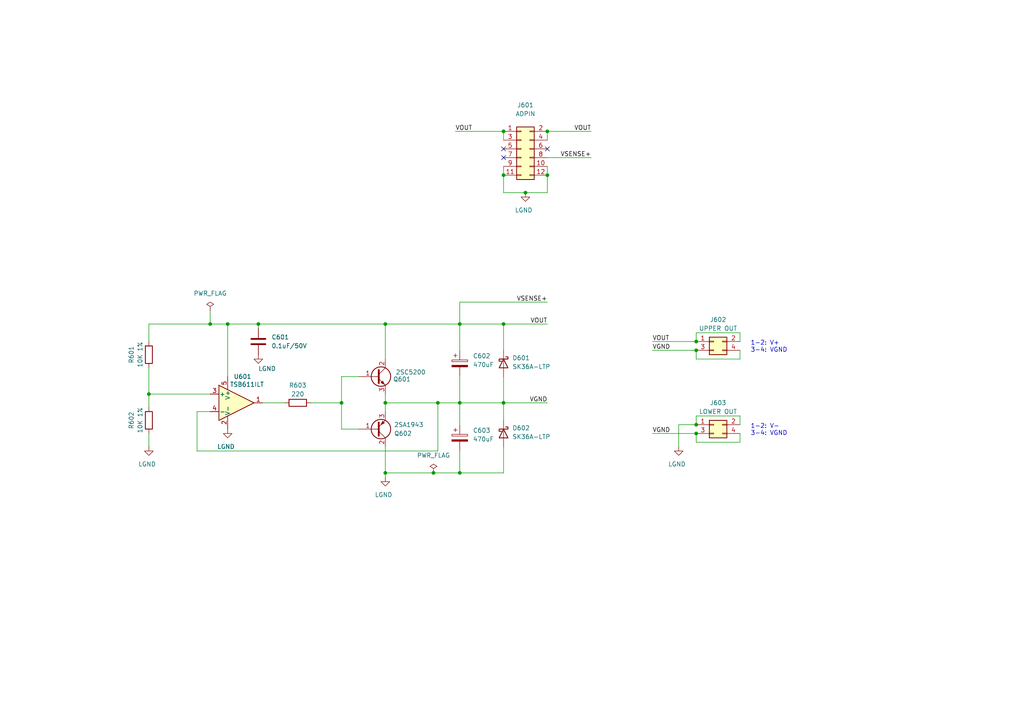
<source format=kicad_sch>
(kicad_sch
	(version 20250114)
	(generator "eeschema")
	(generator_version "9.0")
	(uuid "4097e663-9999-4e6d-ad58-9d0cd71e018f")
	(paper "A4")
	(title_block
		(title "DC POWER STATION 2")
		(date "2025-03-31")
		(rev "Rev1")
		(company "HNZ")
		(comment 1 "Licensed under CC-BY-SA V4.0")
		(comment 2 "(C) 2025 Hiroshi Nakajima <hnakamiru1103@gmail.com>")
	)
	(lib_symbols
		(symbol "Connector_Generic:Conn_02x06_Odd_Even"
			(pin_names
				(offset 1.016)
				(hide yes)
			)
			(exclude_from_sim no)
			(in_bom yes)
			(on_board yes)
			(property "Reference" "J"
				(at 1.27 7.62 0)
				(effects
					(font
						(size 1.27 1.27)
					)
				)
			)
			(property "Value" "Conn_02x06_Odd_Even"
				(at 1.27 -10.16 0)
				(effects
					(font
						(size 1.27 1.27)
					)
				)
			)
			(property "Footprint" ""
				(at 0 0 0)
				(effects
					(font
						(size 1.27 1.27)
					)
					(hide yes)
				)
			)
			(property "Datasheet" "~"
				(at 0 0 0)
				(effects
					(font
						(size 1.27 1.27)
					)
					(hide yes)
				)
			)
			(property "Description" "Generic connector, double row, 02x06, odd/even pin numbering scheme (row 1 odd numbers, row 2 even numbers), script generated (kicad-library-utils/schlib/autogen/connector/)"
				(at 0 0 0)
				(effects
					(font
						(size 1.27 1.27)
					)
					(hide yes)
				)
			)
			(property "ki_keywords" "connector"
				(at 0 0 0)
				(effects
					(font
						(size 1.27 1.27)
					)
					(hide yes)
				)
			)
			(property "ki_fp_filters" "Connector*:*_2x??_*"
				(at 0 0 0)
				(effects
					(font
						(size 1.27 1.27)
					)
					(hide yes)
				)
			)
			(symbol "Conn_02x06_Odd_Even_1_1"
				(rectangle
					(start -1.27 6.35)
					(end 3.81 -8.89)
					(stroke
						(width 0.254)
						(type default)
					)
					(fill
						(type background)
					)
				)
				(rectangle
					(start -1.27 5.207)
					(end 0 4.953)
					(stroke
						(width 0.1524)
						(type default)
					)
					(fill
						(type none)
					)
				)
				(rectangle
					(start -1.27 2.667)
					(end 0 2.413)
					(stroke
						(width 0.1524)
						(type default)
					)
					(fill
						(type none)
					)
				)
				(rectangle
					(start -1.27 0.127)
					(end 0 -0.127)
					(stroke
						(width 0.1524)
						(type default)
					)
					(fill
						(type none)
					)
				)
				(rectangle
					(start -1.27 -2.413)
					(end 0 -2.667)
					(stroke
						(width 0.1524)
						(type default)
					)
					(fill
						(type none)
					)
				)
				(rectangle
					(start -1.27 -4.953)
					(end 0 -5.207)
					(stroke
						(width 0.1524)
						(type default)
					)
					(fill
						(type none)
					)
				)
				(rectangle
					(start -1.27 -7.493)
					(end 0 -7.747)
					(stroke
						(width 0.1524)
						(type default)
					)
					(fill
						(type none)
					)
				)
				(rectangle
					(start 3.81 5.207)
					(end 2.54 4.953)
					(stroke
						(width 0.1524)
						(type default)
					)
					(fill
						(type none)
					)
				)
				(rectangle
					(start 3.81 2.667)
					(end 2.54 2.413)
					(stroke
						(width 0.1524)
						(type default)
					)
					(fill
						(type none)
					)
				)
				(rectangle
					(start 3.81 0.127)
					(end 2.54 -0.127)
					(stroke
						(width 0.1524)
						(type default)
					)
					(fill
						(type none)
					)
				)
				(rectangle
					(start 3.81 -2.413)
					(end 2.54 -2.667)
					(stroke
						(width 0.1524)
						(type default)
					)
					(fill
						(type none)
					)
				)
				(rectangle
					(start 3.81 -4.953)
					(end 2.54 -5.207)
					(stroke
						(width 0.1524)
						(type default)
					)
					(fill
						(type none)
					)
				)
				(rectangle
					(start 3.81 -7.493)
					(end 2.54 -7.747)
					(stroke
						(width 0.1524)
						(type default)
					)
					(fill
						(type none)
					)
				)
				(pin passive line
					(at -5.08 5.08 0)
					(length 3.81)
					(name "Pin_1"
						(effects
							(font
								(size 1.27 1.27)
							)
						)
					)
					(number "1"
						(effects
							(font
								(size 1.27 1.27)
							)
						)
					)
				)
				(pin passive line
					(at -5.08 2.54 0)
					(length 3.81)
					(name "Pin_3"
						(effects
							(font
								(size 1.27 1.27)
							)
						)
					)
					(number "3"
						(effects
							(font
								(size 1.27 1.27)
							)
						)
					)
				)
				(pin passive line
					(at -5.08 0 0)
					(length 3.81)
					(name "Pin_5"
						(effects
							(font
								(size 1.27 1.27)
							)
						)
					)
					(number "5"
						(effects
							(font
								(size 1.27 1.27)
							)
						)
					)
				)
				(pin passive line
					(at -5.08 -2.54 0)
					(length 3.81)
					(name "Pin_7"
						(effects
							(font
								(size 1.27 1.27)
							)
						)
					)
					(number "7"
						(effects
							(font
								(size 1.27 1.27)
							)
						)
					)
				)
				(pin passive line
					(at -5.08 -5.08 0)
					(length 3.81)
					(name "Pin_9"
						(effects
							(font
								(size 1.27 1.27)
							)
						)
					)
					(number "9"
						(effects
							(font
								(size 1.27 1.27)
							)
						)
					)
				)
				(pin passive line
					(at -5.08 -7.62 0)
					(length 3.81)
					(name "Pin_11"
						(effects
							(font
								(size 1.27 1.27)
							)
						)
					)
					(number "11"
						(effects
							(font
								(size 1.27 1.27)
							)
						)
					)
				)
				(pin passive line
					(at 7.62 5.08 180)
					(length 3.81)
					(name "Pin_2"
						(effects
							(font
								(size 1.27 1.27)
							)
						)
					)
					(number "2"
						(effects
							(font
								(size 1.27 1.27)
							)
						)
					)
				)
				(pin passive line
					(at 7.62 2.54 180)
					(length 3.81)
					(name "Pin_4"
						(effects
							(font
								(size 1.27 1.27)
							)
						)
					)
					(number "4"
						(effects
							(font
								(size 1.27 1.27)
							)
						)
					)
				)
				(pin passive line
					(at 7.62 0 180)
					(length 3.81)
					(name "Pin_6"
						(effects
							(font
								(size 1.27 1.27)
							)
						)
					)
					(number "6"
						(effects
							(font
								(size 1.27 1.27)
							)
						)
					)
				)
				(pin passive line
					(at 7.62 -2.54 180)
					(length 3.81)
					(name "Pin_8"
						(effects
							(font
								(size 1.27 1.27)
							)
						)
					)
					(number "8"
						(effects
							(font
								(size 1.27 1.27)
							)
						)
					)
				)
				(pin passive line
					(at 7.62 -5.08 180)
					(length 3.81)
					(name "Pin_10"
						(effects
							(font
								(size 1.27 1.27)
							)
						)
					)
					(number "10"
						(effects
							(font
								(size 1.27 1.27)
							)
						)
					)
				)
				(pin passive line
					(at 7.62 -7.62 180)
					(length 3.81)
					(name "Pin_12"
						(effects
							(font
								(size 1.27 1.27)
							)
						)
					)
					(number "12"
						(effects
							(font
								(size 1.27 1.27)
							)
						)
					)
				)
			)
			(embedded_fonts no)
		)
		(symbol "Device:C"
			(pin_numbers
				(hide yes)
			)
			(pin_names
				(offset 0.254)
			)
			(exclude_from_sim no)
			(in_bom yes)
			(on_board yes)
			(property "Reference" "C"
				(at 0.635 2.54 0)
				(effects
					(font
						(size 1.27 1.27)
					)
					(justify left)
				)
			)
			(property "Value" "C"
				(at 0.635 -2.54 0)
				(effects
					(font
						(size 1.27 1.27)
					)
					(justify left)
				)
			)
			(property "Footprint" ""
				(at 0.9652 -3.81 0)
				(effects
					(font
						(size 1.27 1.27)
					)
					(hide yes)
				)
			)
			(property "Datasheet" "~"
				(at 0 0 0)
				(effects
					(font
						(size 1.27 1.27)
					)
					(hide yes)
				)
			)
			(property "Description" "Unpolarized capacitor"
				(at 0 0 0)
				(effects
					(font
						(size 1.27 1.27)
					)
					(hide yes)
				)
			)
			(property "ki_keywords" "cap capacitor"
				(at 0 0 0)
				(effects
					(font
						(size 1.27 1.27)
					)
					(hide yes)
				)
			)
			(property "ki_fp_filters" "C_*"
				(at 0 0 0)
				(effects
					(font
						(size 1.27 1.27)
					)
					(hide yes)
				)
			)
			(symbol "C_0_1"
				(polyline
					(pts
						(xy -2.032 0.762) (xy 2.032 0.762)
					)
					(stroke
						(width 0.508)
						(type default)
					)
					(fill
						(type none)
					)
				)
				(polyline
					(pts
						(xy -2.032 -0.762) (xy 2.032 -0.762)
					)
					(stroke
						(width 0.508)
						(type default)
					)
					(fill
						(type none)
					)
				)
			)
			(symbol "C_1_1"
				(pin passive line
					(at 0 3.81 270)
					(length 2.794)
					(name "~"
						(effects
							(font
								(size 1.27 1.27)
							)
						)
					)
					(number "1"
						(effects
							(font
								(size 1.27 1.27)
							)
						)
					)
				)
				(pin passive line
					(at 0 -3.81 90)
					(length 2.794)
					(name "~"
						(effects
							(font
								(size 1.27 1.27)
							)
						)
					)
					(number "2"
						(effects
							(font
								(size 1.27 1.27)
							)
						)
					)
				)
			)
			(embedded_fonts no)
		)
		(symbol "Device:C_Polarized"
			(pin_numbers
				(hide yes)
			)
			(pin_names
				(offset 0.254)
			)
			(exclude_from_sim no)
			(in_bom yes)
			(on_board yes)
			(property "Reference" "C"
				(at 0.635 2.54 0)
				(effects
					(font
						(size 1.27 1.27)
					)
					(justify left)
				)
			)
			(property "Value" "C_Polarized"
				(at 0.635 -2.54 0)
				(effects
					(font
						(size 1.27 1.27)
					)
					(justify left)
				)
			)
			(property "Footprint" ""
				(at 0.9652 -3.81 0)
				(effects
					(font
						(size 1.27 1.27)
					)
					(hide yes)
				)
			)
			(property "Datasheet" "~"
				(at 0 0 0)
				(effects
					(font
						(size 1.27 1.27)
					)
					(hide yes)
				)
			)
			(property "Description" "Polarized capacitor"
				(at 0 0 0)
				(effects
					(font
						(size 1.27 1.27)
					)
					(hide yes)
				)
			)
			(property "ki_keywords" "cap capacitor"
				(at 0 0 0)
				(effects
					(font
						(size 1.27 1.27)
					)
					(hide yes)
				)
			)
			(property "ki_fp_filters" "CP_*"
				(at 0 0 0)
				(effects
					(font
						(size 1.27 1.27)
					)
					(hide yes)
				)
			)
			(symbol "C_Polarized_0_1"
				(rectangle
					(start -2.286 0.508)
					(end 2.286 1.016)
					(stroke
						(width 0)
						(type default)
					)
					(fill
						(type none)
					)
				)
				(polyline
					(pts
						(xy -1.778 2.286) (xy -0.762 2.286)
					)
					(stroke
						(width 0)
						(type default)
					)
					(fill
						(type none)
					)
				)
				(polyline
					(pts
						(xy -1.27 2.794) (xy -1.27 1.778)
					)
					(stroke
						(width 0)
						(type default)
					)
					(fill
						(type none)
					)
				)
				(rectangle
					(start 2.286 -0.508)
					(end -2.286 -1.016)
					(stroke
						(width 0)
						(type default)
					)
					(fill
						(type outline)
					)
				)
			)
			(symbol "C_Polarized_1_1"
				(pin passive line
					(at 0 3.81 270)
					(length 2.794)
					(name "~"
						(effects
							(font
								(size 1.27 1.27)
							)
						)
					)
					(number "1"
						(effects
							(font
								(size 1.27 1.27)
							)
						)
					)
				)
				(pin passive line
					(at 0 -3.81 90)
					(length 2.794)
					(name "~"
						(effects
							(font
								(size 1.27 1.27)
							)
						)
					)
					(number "2"
						(effects
							(font
								(size 1.27 1.27)
							)
						)
					)
				)
			)
			(embedded_fonts no)
		)
		(symbol "power:GNDA"
			(power)
			(pin_numbers
				(hide yes)
			)
			(pin_names
				(offset 0)
				(hide yes)
			)
			(exclude_from_sim no)
			(in_bom yes)
			(on_board yes)
			(property "Reference" "#PWR"
				(at 0 -6.35 0)
				(effects
					(font
						(size 1.27 1.27)
					)
					(hide yes)
				)
			)
			(property "Value" "GNDA"
				(at 0 -3.81 0)
				(effects
					(font
						(size 1.27 1.27)
					)
				)
			)
			(property "Footprint" ""
				(at 0 0 0)
				(effects
					(font
						(size 1.27 1.27)
					)
					(hide yes)
				)
			)
			(property "Datasheet" ""
				(at 0 0 0)
				(effects
					(font
						(size 1.27 1.27)
					)
					(hide yes)
				)
			)
			(property "Description" "Power symbol creates a global label with name \"GNDA\" , analog ground"
				(at 0 0 0)
				(effects
					(font
						(size 1.27 1.27)
					)
					(hide yes)
				)
			)
			(property "ki_keywords" "global power"
				(at 0 0 0)
				(effects
					(font
						(size 1.27 1.27)
					)
					(hide yes)
				)
			)
			(symbol "GNDA_0_1"
				(polyline
					(pts
						(xy 0 0) (xy 0 -1.27) (xy 1.27 -1.27) (xy 0 -2.54) (xy -1.27 -1.27) (xy 0 -1.27)
					)
					(stroke
						(width 0)
						(type default)
					)
					(fill
						(type none)
					)
				)
			)
			(symbol "GNDA_1_1"
				(pin power_in line
					(at 0 0 270)
					(length 0)
					(name "~"
						(effects
							(font
								(size 1.27 1.27)
							)
						)
					)
					(number "1"
						(effects
							(font
								(size 1.27 1.27)
							)
						)
					)
				)
			)
			(embedded_fonts no)
		)
		(symbol "power:PWR_FLAG"
			(power)
			(pin_numbers
				(hide yes)
			)
			(pin_names
				(offset 0)
				(hide yes)
			)
			(exclude_from_sim no)
			(in_bom yes)
			(on_board yes)
			(property "Reference" "#FLG"
				(at 0 1.905 0)
				(effects
					(font
						(size 1.27 1.27)
					)
					(hide yes)
				)
			)
			(property "Value" "PWR_FLAG"
				(at 0 3.81 0)
				(effects
					(font
						(size 1.27 1.27)
					)
				)
			)
			(property "Footprint" ""
				(at 0 0 0)
				(effects
					(font
						(size 1.27 1.27)
					)
					(hide yes)
				)
			)
			(property "Datasheet" "~"
				(at 0 0 0)
				(effects
					(font
						(size 1.27 1.27)
					)
					(hide yes)
				)
			)
			(property "Description" "Special symbol for telling ERC where power comes from"
				(at 0 0 0)
				(effects
					(font
						(size 1.27 1.27)
					)
					(hide yes)
				)
			)
			(property "ki_keywords" "flag power"
				(at 0 0 0)
				(effects
					(font
						(size 1.27 1.27)
					)
					(hide yes)
				)
			)
			(symbol "PWR_FLAG_0_0"
				(pin power_out line
					(at 0 0 90)
					(length 0)
					(name "~"
						(effects
							(font
								(size 1.27 1.27)
							)
						)
					)
					(number "1"
						(effects
							(font
								(size 1.27 1.27)
							)
						)
					)
				)
			)
			(symbol "PWR_FLAG_0_1"
				(polyline
					(pts
						(xy 0 0) (xy 0 1.27) (xy -1.016 1.905) (xy 0 2.54) (xy 1.016 1.905) (xy 0 1.27)
					)
					(stroke
						(width 0)
						(type default)
					)
					(fill
						(type none)
					)
				)
			)
			(embedded_fonts no)
		)
		(symbol "tbctl:10K"
			(pin_numbers
				(hide yes)
			)
			(pin_names
				(offset 0)
			)
			(exclude_from_sim no)
			(in_bom yes)
			(on_board yes)
			(property "Reference" "R"
				(at 2.032 0 90)
				(effects
					(font
						(size 1.27 1.27)
					)
				)
			)
			(property "Value" "10K"
				(at 0 0 90)
				(effects
					(font
						(size 1.27 1.27)
					)
				)
			)
			(property "Footprint" "Resistor_SMD:R_0805_2012Metric"
				(at -1.778 0 90)
				(effects
					(font
						(size 1.27 1.27)
					)
					(hide yes)
				)
			)
			(property "Datasheet" "~"
				(at 0 0 0)
				(effects
					(font
						(size 1.27 1.27)
					)
					(hide yes)
				)
			)
			(property "Description" "Resistor_SMD:R_0805_2012Metric"
				(at 0 0 0)
				(effects
					(font
						(size 1.27 1.27)
					)
					(hide yes)
				)
			)
			(property "ki_keywords" "R res resistor"
				(at 0 0 0)
				(effects
					(font
						(size 1.27 1.27)
					)
					(hide yes)
				)
			)
			(property "ki_fp_filters" "R_*"
				(at 0 0 0)
				(effects
					(font
						(size 1.27 1.27)
					)
					(hide yes)
				)
			)
			(symbol "10K_0_1"
				(rectangle
					(start -1.016 -2.54)
					(end 1.016 2.54)
					(stroke
						(width 0.254)
						(type default)
					)
					(fill
						(type none)
					)
				)
			)
			(symbol "10K_1_1"
				(pin passive line
					(at 0 3.81 270)
					(length 1.27)
					(name "~"
						(effects
							(font
								(size 1.27 1.27)
							)
						)
					)
					(number "1"
						(effects
							(font
								(size 1.27 1.27)
							)
						)
					)
				)
				(pin passive line
					(at 0 -3.81 90)
					(length 1.27)
					(name "~"
						(effects
							(font
								(size 1.27 1.27)
							)
						)
					)
					(number "2"
						(effects
							(font
								(size 1.27 1.27)
							)
						)
					)
				)
			)
			(embedded_fonts no)
		)
		(symbol "tbctl:2SA1943N"
			(pin_names
				(offset 0)
				(hide yes)
			)
			(exclude_from_sim no)
			(in_bom yes)
			(on_board yes)
			(property "Reference" "Q"
				(at 5.08 1.905 0)
				(effects
					(font
						(size 1.27 1.27)
					)
					(justify left)
				)
			)
			(property "Value" "2SA1943N"
				(at 5.08 0 0)
				(effects
					(font
						(size 1.27 1.27)
					)
					(justify left)
				)
			)
			(property "Footprint" "Package_TO_SOT_THT:TO-3P-3_Vertical"
				(at 5.08 -1.905 0)
				(effects
					(font
						(size 1.27 1.27)
						(italic yes)
					)
					(justify left)
					(hide yes)
				)
			)
			(property "Datasheet" ""
				(at 0 0 0)
				(effects
					(font
						(size 1.27 1.27)
					)
					(justify left)
					(hide yes)
				)
			)
			(property "Description" "Bipolar Transistors Silicon PNP Triple-Diffused Type -230V -15A"
				(at 0 0 0)
				(effects
					(font
						(size 1.27 1.27)
					)
					(hide yes)
				)
			)
			(property "ki_keywords" "Bipolar Transistors Silicon PNP Triple-Diffused Type -230V -15A"
				(at 0 0 0)
				(effects
					(font
						(size 1.27 1.27)
					)
					(hide yes)
				)
			)
			(symbol "2SA1943N_0_1"
				(polyline
					(pts
						(xy 0 0) (xy 0.635 0)
					)
					(stroke
						(width 0)
						(type default)
					)
					(fill
						(type none)
					)
				)
				(polyline
					(pts
						(xy 0.635 1.905) (xy 0.635 -1.905) (xy 0.635 -1.905)
					)
					(stroke
						(width 0.508)
						(type default)
					)
					(fill
						(type outline)
					)
				)
				(circle
					(center 1.27 0)
					(radius 2.8194)
					(stroke
						(width 0.254)
						(type default)
					)
					(fill
						(type none)
					)
				)
				(polyline
					(pts
						(xy 1.778 -2.286) (xy 2.286 -1.778) (xy 1.27 -1.27) (xy 1.778 -2.286) (xy 1.778 -2.286)
					)
					(stroke
						(width 0)
						(type default)
					)
					(fill
						(type outline)
					)
				)
				(polyline
					(pts
						(xy 2.54 2.54) (xy 0.635 0.635)
					)
					(stroke
						(width 0)
						(type default)
					)
					(fill
						(type none)
					)
				)
				(polyline
					(pts
						(xy 2.54 -2.54) (xy 0.635 -0.635)
					)
					(stroke
						(width 0)
						(type default)
					)
					(fill
						(type none)
					)
				)
			)
			(symbol "2SA1943N_1_1"
				(pin input line
					(at -5.08 0 0)
					(length 5.08)
					(name "B"
						(effects
							(font
								(size 1.27 1.27)
							)
						)
					)
					(number "1"
						(effects
							(font
								(size 1.27 1.27)
							)
						)
					)
				)
				(pin passive line
					(at 2.54 5.08 270)
					(length 2.54)
					(name "C"
						(effects
							(font
								(size 1.27 1.27)
							)
						)
					)
					(number "2"
						(effects
							(font
								(size 1.27 1.27)
							)
						)
					)
				)
				(pin passive line
					(at 2.54 -5.08 90)
					(length 2.54)
					(name "E"
						(effects
							(font
								(size 1.27 1.27)
							)
						)
					)
					(number "3"
						(effects
							(font
								(size 1.27 1.27)
							)
						)
					)
				)
			)
			(embedded_fonts no)
		)
		(symbol "tbctl:2SC5200N-S1-E-S"
			(pin_names
				(offset 0)
				(hide yes)
			)
			(exclude_from_sim no)
			(in_bom yes)
			(on_board yes)
			(property "Reference" "Q"
				(at 5.08 1.905 0)
				(effects
					(font
						(size 1.27 1.27)
					)
					(justify left)
				)
			)
			(property "Value" "2SC5200N-S1-E-S"
				(at 5.08 0 0)
				(effects
					(font
						(size 1.27 1.27)
					)
					(justify left)
				)
			)
			(property "Footprint" "Package_TO_SOT_THT:TO-3P-3_Vertical"
				(at 5.08 -1.905 0)
				(effects
					(font
						(size 1.27 1.27)
						(italic yes)
					)
					(justify left)
					(hide yes)
				)
			)
			(property "Datasheet" ""
				(at 0 0 0)
				(effects
					(font
						(size 1.27 1.27)
					)
					(justify left)
					(hide yes)
				)
			)
			(property "Description" "Bipolar Transistors Silicon NPN Triple-Diffused Type TRANS NPN 230V 15A TO-3P"
				(at 0 0 0)
				(effects
					(font
						(size 1.27 1.27)
					)
					(hide yes)
				)
			)
			(property "ki_keywords" "TRANS NPN 230V 15A TO-3P"
				(at 0 0 0)
				(effects
					(font
						(size 1.27 1.27)
					)
					(hide yes)
				)
			)
			(property "ki_fp_filters" "TO?92*"
				(at 0 0 0)
				(effects
					(font
						(size 1.27 1.27)
					)
					(hide yes)
				)
			)
			(symbol "2SC5200N-S1-E-S_0_1"
				(polyline
					(pts
						(xy 0 0) (xy 0.508 0)
					)
					(stroke
						(width 0)
						(type default)
					)
					(fill
						(type none)
					)
				)
				(polyline
					(pts
						(xy 0.635 1.905) (xy 0.635 -1.905) (xy 0.635 -1.905)
					)
					(stroke
						(width 0.508)
						(type default)
					)
					(fill
						(type none)
					)
				)
				(polyline
					(pts
						(xy 0.635 0.635) (xy 2.54 2.54)
					)
					(stroke
						(width 0)
						(type default)
					)
					(fill
						(type none)
					)
				)
				(polyline
					(pts
						(xy 0.635 -0.635) (xy 2.54 -2.54) (xy 2.54 -2.54)
					)
					(stroke
						(width 0)
						(type default)
					)
					(fill
						(type none)
					)
				)
				(circle
					(center 1.27 0)
					(radius 2.8194)
					(stroke
						(width 0.254)
						(type default)
					)
					(fill
						(type none)
					)
				)
				(polyline
					(pts
						(xy 1.27 -1.778) (xy 1.778 -1.27) (xy 2.286 -2.286) (xy 1.27 -1.778) (xy 1.27 -1.778)
					)
					(stroke
						(width 0)
						(type default)
					)
					(fill
						(type outline)
					)
				)
			)
			(symbol "2SC5200N-S1-E-S_1_1"
				(pin input line
					(at -5.08 0 0)
					(length 5.08)
					(name "B"
						(effects
							(font
								(size 1.27 1.27)
							)
						)
					)
					(number "1"
						(effects
							(font
								(size 1.27 1.27)
							)
						)
					)
				)
				(pin passive line
					(at 2.54 5.08 270)
					(length 2.54)
					(name "C"
						(effects
							(font
								(size 1.27 1.27)
							)
						)
					)
					(number "2"
						(effects
							(font
								(size 1.27 1.27)
							)
						)
					)
				)
				(pin passive line
					(at 2.54 -5.08 90)
					(length 2.54)
					(name "E"
						(effects
							(font
								(size 1.27 1.27)
							)
						)
					)
					(number "3"
						(effects
							(font
								(size 1.27 1.27)
							)
						)
					)
				)
			)
			(embedded_fonts no)
		)
		(symbol "tbctl:PinHeader 02x02"
			(pin_names
				(offset 1.016)
				(hide yes)
			)
			(exclude_from_sim no)
			(in_bom yes)
			(on_board yes)
			(property "Reference" "J"
				(at 1.27 2.54 0)
				(effects
					(font
						(size 1.27 1.27)
					)
				)
			)
			(property "Value" "PinHeader 02x02"
				(at 1.27 -5.08 0)
				(effects
					(font
						(size 1.27 1.27)
					)
				)
			)
			(property "Footprint" "Connector_PinHeader_2.54mm:PinHeader_2x02_P2.54mm_Vertical"
				(at 0 3.81 0)
				(effects
					(font
						(size 1.27 1.27)
					)
					(hide yes)
				)
			)
			(property "Datasheet" "~"
				(at 0 0 0)
				(effects
					(font
						(size 1.27 1.27)
					)
					(hide yes)
				)
			)
			(property "Description" "Generic connector, double row, 02x02, counter clockwise pin numbering scheme (similar to DIP package numbering), script generated (kicad-library-utils/schlib/autogen/connector/)"
				(at 0 0 0)
				(effects
					(font
						(size 1.27 1.27)
					)
					(hide yes)
				)
			)
			(property "ki_keywords" "connector"
				(at 0 0 0)
				(effects
					(font
						(size 1.27 1.27)
					)
					(hide yes)
				)
			)
			(property "ki_fp_filters" "Connector*:*_2x??_*"
				(at 0 0 0)
				(effects
					(font
						(size 1.27 1.27)
					)
					(hide yes)
				)
			)
			(symbol "PinHeader 02x02_1_1"
				(rectangle
					(start -1.27 1.27)
					(end 3.81 -3.81)
					(stroke
						(width 0.254)
						(type default)
					)
					(fill
						(type background)
					)
				)
				(rectangle
					(start -1.27 0.127)
					(end 0 -0.127)
					(stroke
						(width 0.1524)
						(type default)
					)
					(fill
						(type none)
					)
				)
				(rectangle
					(start -1.27 -2.413)
					(end 0 -2.667)
					(stroke
						(width 0.1524)
						(type default)
					)
					(fill
						(type none)
					)
				)
				(rectangle
					(start 3.81 0.127)
					(end 2.54 -0.127)
					(stroke
						(width 0.1524)
						(type default)
					)
					(fill
						(type none)
					)
				)
				(rectangle
					(start 3.81 -2.413)
					(end 2.54 -2.667)
					(stroke
						(width 0.1524)
						(type default)
					)
					(fill
						(type none)
					)
				)
				(pin passive line
					(at -5.08 0 0)
					(length 3.81)
					(name "Pin_1"
						(effects
							(font
								(size 1.27 1.27)
							)
						)
					)
					(number "1"
						(effects
							(font
								(size 1.27 1.27)
							)
						)
					)
				)
				(pin passive line
					(at -5.08 -2.54 0)
					(length 3.81)
					(name "Pin_3"
						(effects
							(font
								(size 1.27 1.27)
							)
						)
					)
					(number "3"
						(effects
							(font
								(size 1.27 1.27)
							)
						)
					)
				)
				(pin passive line
					(at 7.62 0 180)
					(length 3.81)
					(name "Pin_2"
						(effects
							(font
								(size 1.27 1.27)
							)
						)
					)
					(number "2"
						(effects
							(font
								(size 1.27 1.27)
							)
						)
					)
				)
				(pin passive line
					(at 7.62 -2.54 180)
					(length 3.81)
					(name "Pin_4"
						(effects
							(font
								(size 1.27 1.27)
							)
						)
					)
					(number "4"
						(effects
							(font
								(size 1.27 1.27)
							)
						)
					)
				)
			)
			(embedded_fonts no)
		)
		(symbol "tbctl:SK36A-LTP"
			(pin_numbers
				(hide yes)
			)
			(pin_names
				(hide yes)
			)
			(exclude_from_sim no)
			(in_bom yes)
			(on_board yes)
			(property "Reference" "D"
				(at 0 2.54 0)
				(effects
					(font
						(size 1.27 1.27)
					)
				)
			)
			(property "Value" "SK36A-LTP"
				(at 0 -2.54 0)
				(effects
					(font
						(size 1.27 1.27)
					)
				)
			)
			(property "Footprint" "Diode_SMD:D_SMA"
				(at 0 -4.445 0)
				(effects
					(font
						(size 1.27 1.27)
					)
					(hide yes)
				)
			)
			(property "Datasheet" ""
				(at 0 0 0)
				(effects
					(font
						(size 1.27 1.27)
					)
					(hide yes)
				)
			)
			(property "Description" "DIODE SCHOTTKY 60V 3A DO214AC"
				(at 0 0 0)
				(effects
					(font
						(size 1.27 1.27)
					)
					(hide yes)
				)
			)
			(property "ki_keywords" "diode Schottky"
				(at 0 0 0)
				(effects
					(font
						(size 1.27 1.27)
					)
					(hide yes)
				)
			)
			(property "ki_fp_filters" "D*0603*"
				(at 0 0 0)
				(effects
					(font
						(size 1.27 1.27)
					)
					(hide yes)
				)
			)
			(symbol "SK36A-LTP_0_1"
				(polyline
					(pts
						(xy -1.905 0.635) (xy -1.905 1.27) (xy -1.27 1.27) (xy -1.27 -1.27) (xy -0.635 -1.27) (xy -0.635 -0.635)
					)
					(stroke
						(width 0.254)
						(type default)
					)
					(fill
						(type none)
					)
				)
				(polyline
					(pts
						(xy 1.27 1.27) (xy 1.27 -1.27) (xy -1.27 0) (xy 1.27 1.27)
					)
					(stroke
						(width 0.254)
						(type default)
					)
					(fill
						(type none)
					)
				)
				(polyline
					(pts
						(xy 1.27 0) (xy -1.27 0)
					)
					(stroke
						(width 0)
						(type default)
					)
					(fill
						(type none)
					)
				)
			)
			(symbol "SK36A-LTP_1_1"
				(pin passive line
					(at -3.81 0 0)
					(length 2.54)
					(name "K"
						(effects
							(font
								(size 1.27 1.27)
							)
						)
					)
					(number "1"
						(effects
							(font
								(size 1.27 1.27)
							)
						)
					)
				)
				(pin passive line
					(at 3.81 0 180)
					(length 2.54)
					(name "A"
						(effects
							(font
								(size 1.27 1.27)
							)
						)
					)
					(number "2"
						(effects
							(font
								(size 1.27 1.27)
							)
						)
					)
				)
			)
			(embedded_fonts no)
		)
		(symbol "tbctl:TSB611"
			(pin_names
				(offset 0.127)
			)
			(exclude_from_sim no)
			(in_bom yes)
			(on_board yes)
			(property "Reference" "U"
				(at -1.27 6.35 0)
				(effects
					(font
						(size 1.27 1.27)
					)
					(justify left)
				)
			)
			(property "Value" "TSB611"
				(at -1.27 3.81 0)
				(effects
					(font
						(size 1.27 1.27)
					)
					(justify left)
				)
			)
			(property "Footprint" "Package_TO_SOT_SMD:SOT-23-5"
				(at -2.54 -5.08 0)
				(effects
					(font
						(size 1.27 1.27)
					)
					(justify left)
					(hide yes)
				)
			)
			(property "Datasheet" ""
				(at 0 5.08 0)
				(effects
					(font
						(size 1.27 1.27)
					)
					(hide yes)
				)
			)
			(property "Description" "560KHz, 1mV Offset, 2.7-36V, Low-Power Op Amp, SOT-23-5"
				(at 0 0 0)
				(effects
					(font
						(size 1.27 1.27)
					)
					(hide yes)
				)
			)
			(property "ki_keywords" "single opamp"
				(at 0 0 0)
				(effects
					(font
						(size 1.27 1.27)
					)
					(hide yes)
				)
			)
			(property "ki_fp_filters" "SOT?23*"
				(at 0 0 0)
				(effects
					(font
						(size 1.27 1.27)
					)
					(hide yes)
				)
			)
			(symbol "TSB611_0_1"
				(polyline
					(pts
						(xy -5.08 5.08) (xy 5.08 0) (xy -5.08 -5.08) (xy -5.08 5.08)
					)
					(stroke
						(width 0.254)
						(type default)
					)
					(fill
						(type background)
					)
				)
				(pin power_in line
					(at -2.54 7.62 270)
					(length 3.81)
					(name "V+"
						(effects
							(font
								(size 1.27 1.27)
							)
						)
					)
					(number "5"
						(effects
							(font
								(size 1.27 1.27)
							)
						)
					)
				)
				(pin power_in line
					(at -2.54 -7.62 90)
					(length 3.81)
					(name "V-"
						(effects
							(font
								(size 1.27 1.27)
							)
						)
					)
					(number "2"
						(effects
							(font
								(size 1.27 1.27)
							)
						)
					)
				)
			)
			(symbol "TSB611_1_1"
				(pin input line
					(at -7.62 2.54 0)
					(length 2.54)
					(name "+"
						(effects
							(font
								(size 1.27 1.27)
							)
						)
					)
					(number "3"
						(effects
							(font
								(size 1.27 1.27)
							)
						)
					)
				)
				(pin input line
					(at -7.62 -2.54 0)
					(length 2.54)
					(name "-"
						(effects
							(font
								(size 1.27 1.27)
							)
						)
					)
					(number "4"
						(effects
							(font
								(size 1.27 1.27)
							)
						)
					)
				)
				(pin output line
					(at 7.62 0 180)
					(length 2.54)
					(name "~"
						(effects
							(font
								(size 1.27 1.27)
							)
						)
					)
					(number "1"
						(effects
							(font
								(size 1.27 1.27)
							)
						)
					)
				)
			)
			(embedded_fonts no)
		)
	)
	(text "1-2: V+\n3-4: VGND"
		(exclude_from_sim no)
		(at 217.678 100.584 0)
		(effects
			(font
				(size 1.27 1.27)
			)
			(justify left)
		)
		(uuid "74c22af1-b817-4fb2-b2d1-9e520d040f55")
	)
	(text "1-2: V-\n3-4: VGND"
		(exclude_from_sim no)
		(at 217.678 124.714 0)
		(effects
			(font
				(size 1.27 1.27)
			)
			(justify left)
		)
		(uuid "910ead63-ee7e-4056-a289-f3a104efe493")
	)
	(junction
		(at 201.93 99.06)
		(diameter 0)
		(color 0 0 0 0)
		(uuid "015dbc4f-385f-4731-85fb-4790fc8ba210")
	)
	(junction
		(at 60.96 93.98)
		(diameter 0)
		(color 0 0 0 0)
		(uuid "1826a44c-6b2e-40ec-9ad1-91b095222325")
	)
	(junction
		(at 111.76 116.84)
		(diameter 0)
		(color 0 0 0 0)
		(uuid "1d0bec4f-9db0-48e2-8879-4e53aa615705")
	)
	(junction
		(at 127 116.84)
		(diameter 0)
		(color 0 0 0 0)
		(uuid "272b5c18-5a3b-4d90-b137-308c2245132f")
	)
	(junction
		(at 201.93 101.6)
		(diameter 0)
		(color 0 0 0 0)
		(uuid "2c83bee7-4f85-4dfe-9d28-f55989787723")
	)
	(junction
		(at 158.75 50.8)
		(diameter 0)
		(color 0 0 0 0)
		(uuid "3ceffa7c-2556-42af-aa61-9cb84bdc2361")
	)
	(junction
		(at 74.93 93.98)
		(diameter 0)
		(color 0 0 0 0)
		(uuid "4988c8a9-a2e7-40d8-a104-e78423303d7c")
	)
	(junction
		(at 146.05 50.8)
		(diameter 0)
		(color 0 0 0 0)
		(uuid "50739687-1ee4-4f2c-b999-b7d3163c9a05")
	)
	(junction
		(at 146.05 93.98)
		(diameter 0)
		(color 0 0 0 0)
		(uuid "52038a16-861b-4755-9cb9-3946c3e05e1f")
	)
	(junction
		(at 43.18 114.3)
		(diameter 0)
		(color 0 0 0 0)
		(uuid "59bece8e-b678-446b-ad50-3eec2178a243")
	)
	(junction
		(at 125.73 137.16)
		(diameter 0)
		(color 0 0 0 0)
		(uuid "77b650b1-f864-4bd8-8707-88883972e6bf")
	)
	(junction
		(at 66.04 93.98)
		(diameter 0)
		(color 0 0 0 0)
		(uuid "7cc0cb3c-f79b-4d96-a410-ae328c32e2fa")
	)
	(junction
		(at 133.35 93.98)
		(diameter 0)
		(color 0 0 0 0)
		(uuid "865f1db5-81c3-46a7-a94d-87d1cf274bdc")
	)
	(junction
		(at 111.76 93.98)
		(diameter 0)
		(color 0 0 0 0)
		(uuid "8ac3328b-77fa-49d3-9599-865150913bd9")
	)
	(junction
		(at 111.76 137.16)
		(diameter 0)
		(color 0 0 0 0)
		(uuid "8e855378-89b8-4968-ada4-da5991f104ac")
	)
	(junction
		(at 152.4 55.88)
		(diameter 0)
		(color 0 0 0 0)
		(uuid "981c7cd9-3c49-40a0-85f0-31b82d7ba1ea")
	)
	(junction
		(at 201.93 125.73)
		(diameter 0)
		(color 0 0 0 0)
		(uuid "a6b6e068-b285-44d3-a23a-b30b61b7b1e8")
	)
	(junction
		(at 201.93 123.19)
		(diameter 0)
		(color 0 0 0 0)
		(uuid "a7711c2d-ed7e-4894-ae83-76cab139859d")
	)
	(junction
		(at 146.05 116.84)
		(diameter 0)
		(color 0 0 0 0)
		(uuid "aff471c9-e1bb-49ff-bbd7-36466aad27c1")
	)
	(junction
		(at 99.06 116.84)
		(diameter 0)
		(color 0 0 0 0)
		(uuid "b1b438bf-d8a7-4c63-941c-42fe2aff1ae9")
	)
	(junction
		(at 146.05 38.1)
		(diameter 0)
		(color 0 0 0 0)
		(uuid "cef26a5b-9b2e-46f7-9bf4-771ec82c1dfe")
	)
	(junction
		(at 158.75 38.1)
		(diameter 0)
		(color 0 0 0 0)
		(uuid "d9a1edab-fa96-4373-9125-190783b90ff3")
	)
	(junction
		(at 133.35 116.84)
		(diameter 0)
		(color 0 0 0 0)
		(uuid "e0835f3b-10a9-4a09-bca2-e98f14a9db28")
	)
	(junction
		(at 133.35 137.16)
		(diameter 0)
		(color 0 0 0 0)
		(uuid "fda72c47-f7c5-40fe-8845-91a9f3baad46")
	)
	(no_connect
		(at 158.75 43.18)
		(uuid "6cb908d2-9783-4b26-b646-e9192ef602b8")
	)
	(no_connect
		(at 146.05 43.18)
		(uuid "88fc883c-397e-41d5-aa0b-885b8b1472b6")
	)
	(no_connect
		(at 146.05 45.72)
		(uuid "d795d58a-c3ef-40b1-b016-9efb26f10622")
	)
	(wire
		(pts
			(xy 214.63 104.14) (xy 201.93 104.14)
		)
		(stroke
			(width 0)
			(type default)
		)
		(uuid "01dd4242-4767-48e1-aed5-b5b37010c64c")
	)
	(wire
		(pts
			(xy 152.4 55.88) (xy 158.75 55.88)
		)
		(stroke
			(width 0)
			(type default)
		)
		(uuid "076b54ad-af7f-4bbb-996e-e6bec031ae59")
	)
	(wire
		(pts
			(xy 146.05 55.88) (xy 152.4 55.88)
		)
		(stroke
			(width 0)
			(type default)
		)
		(uuid "0ba45827-95a8-4c73-ab11-582a261a6d19")
	)
	(wire
		(pts
			(xy 146.05 48.26) (xy 146.05 50.8)
		)
		(stroke
			(width 0)
			(type default)
		)
		(uuid "0c8fac1a-20c0-41e1-ab71-999214479172")
	)
	(wire
		(pts
			(xy 43.18 106.68) (xy 43.18 114.3)
		)
		(stroke
			(width 0)
			(type default)
		)
		(uuid "0cb186b2-e2ac-41d7-87cb-f15d42da22db")
	)
	(wire
		(pts
			(xy 111.76 116.84) (xy 127 116.84)
		)
		(stroke
			(width 0)
			(type default)
		)
		(uuid "0e2515a5-1d90-41aa-b444-8cc34132301d")
	)
	(wire
		(pts
			(xy 111.76 129.54) (xy 111.76 137.16)
		)
		(stroke
			(width 0)
			(type default)
		)
		(uuid "10af0970-f2f9-4390-b129-ecfc10fa2a7a")
	)
	(wire
		(pts
			(xy 133.35 137.16) (xy 146.05 137.16)
		)
		(stroke
			(width 0)
			(type default)
		)
		(uuid "16d81d0f-710b-4d8c-9c5f-206950480890")
	)
	(wire
		(pts
			(xy 146.05 129.54) (xy 146.05 137.16)
		)
		(stroke
			(width 0)
			(type default)
		)
		(uuid "1c5e8438-665b-4da6-acbb-205e7cf8cd50")
	)
	(wire
		(pts
			(xy 43.18 114.3) (xy 43.18 118.11)
		)
		(stroke
			(width 0)
			(type default)
		)
		(uuid "1f1865fa-e4a9-4b8e-8e05-64a16c0d9957")
	)
	(wire
		(pts
			(xy 133.35 93.98) (xy 111.76 93.98)
		)
		(stroke
			(width 0)
			(type default)
		)
		(uuid "25c72623-5093-4911-b6ac-a2f4828628b9")
	)
	(wire
		(pts
			(xy 111.76 138.43) (xy 111.76 137.16)
		)
		(stroke
			(width 0)
			(type default)
		)
		(uuid "2aabbb91-90e2-4645-a93b-f51726d3022f")
	)
	(wire
		(pts
			(xy 127 116.84) (xy 127 130.81)
		)
		(stroke
			(width 0)
			(type default)
		)
		(uuid "2d51af4a-bd44-4a75-a475-bde60921c942")
	)
	(wire
		(pts
			(xy 74.93 93.98) (xy 111.76 93.98)
		)
		(stroke
			(width 0)
			(type default)
		)
		(uuid "305bf57f-8ca5-43c0-bc67-3d0713300704")
	)
	(wire
		(pts
			(xy 43.18 93.98) (xy 43.18 99.06)
		)
		(stroke
			(width 0)
			(type default)
		)
		(uuid "31961b60-0ece-4297-9fdf-fde413c0fcaa")
	)
	(wire
		(pts
			(xy 90.17 116.84) (xy 99.06 116.84)
		)
		(stroke
			(width 0)
			(type default)
		)
		(uuid "399419d6-c3f1-4be7-9c4a-ce6ce88b7aa0")
	)
	(wire
		(pts
			(xy 60.96 93.98) (xy 66.04 93.98)
		)
		(stroke
			(width 0)
			(type default)
		)
		(uuid "3d0b6e5e-6f60-48ee-bfdc-dfbb17dd6535")
	)
	(wire
		(pts
			(xy 146.05 50.8) (xy 146.05 55.88)
		)
		(stroke
			(width 0)
			(type default)
		)
		(uuid "4cb1bde9-aba4-4599-9c6f-940033ba9964")
	)
	(wire
		(pts
			(xy 146.05 116.84) (xy 146.05 121.92)
		)
		(stroke
			(width 0)
			(type default)
		)
		(uuid "555a79f6-20b9-49ab-83a8-4925e9a5ba7b")
	)
	(wire
		(pts
			(xy 158.75 48.26) (xy 158.75 50.8)
		)
		(stroke
			(width 0)
			(type default)
		)
		(uuid "5774c069-3b4e-479a-880e-62a191ae7674")
	)
	(wire
		(pts
			(xy 133.35 87.63) (xy 133.35 93.98)
		)
		(stroke
			(width 0)
			(type default)
		)
		(uuid "5e7f5595-032a-4599-ab12-1a1cbd12f530")
	)
	(wire
		(pts
			(xy 158.75 87.63) (xy 133.35 87.63)
		)
		(stroke
			(width 0)
			(type default)
		)
		(uuid "62f492d8-32d8-4537-959b-f29255c591a4")
	)
	(wire
		(pts
			(xy 57.15 119.38) (xy 60.96 119.38)
		)
		(stroke
			(width 0)
			(type default)
		)
		(uuid "6325d65a-0d75-480b-b024-85b764545dfa")
	)
	(wire
		(pts
			(xy 214.63 96.52) (xy 201.93 96.52)
		)
		(stroke
			(width 0)
			(type default)
		)
		(uuid "662843bb-d8e1-4930-958c-d57e275bdc50")
	)
	(wire
		(pts
			(xy 111.76 114.3) (xy 111.76 116.84)
		)
		(stroke
			(width 0)
			(type default)
		)
		(uuid "67380279-c8e8-497f-9ad6-baeb417c464b")
	)
	(wire
		(pts
			(xy 74.93 95.25) (xy 74.93 93.98)
		)
		(stroke
			(width 0)
			(type default)
		)
		(uuid "6a0c3abe-8dc0-4eef-a8f6-a49e4b8e4837")
	)
	(wire
		(pts
			(xy 158.75 38.1) (xy 171.45 38.1)
		)
		(stroke
			(width 0)
			(type default)
		)
		(uuid "6b205651-bb44-486f-a1a6-cf6b23822c96")
	)
	(wire
		(pts
			(xy 214.63 120.65) (xy 201.93 120.65)
		)
		(stroke
			(width 0)
			(type default)
		)
		(uuid "6be99180-7a21-4705-b108-ba386efa37e3")
	)
	(wire
		(pts
			(xy 99.06 116.84) (xy 99.06 124.46)
		)
		(stroke
			(width 0)
			(type default)
		)
		(uuid "6dff5fc6-9b49-44bb-9124-75bc45ffc64b")
	)
	(wire
		(pts
			(xy 214.63 123.19) (xy 214.63 120.65)
		)
		(stroke
			(width 0)
			(type default)
		)
		(uuid "70658ae8-93b9-4a6b-8c40-67845547407b")
	)
	(wire
		(pts
			(xy 43.18 129.54) (xy 43.18 125.73)
		)
		(stroke
			(width 0)
			(type default)
		)
		(uuid "707fd1f6-e512-4915-8c86-9e51ce0ae20c")
	)
	(wire
		(pts
			(xy 99.06 109.22) (xy 99.06 116.84)
		)
		(stroke
			(width 0)
			(type default)
		)
		(uuid "77c91478-c1ec-4fdc-b7cc-a9b32567ce30")
	)
	(wire
		(pts
			(xy 104.14 109.22) (xy 99.06 109.22)
		)
		(stroke
			(width 0)
			(type default)
		)
		(uuid "783485d2-a305-4137-b79a-3bda4c32249c")
	)
	(wire
		(pts
			(xy 133.35 116.84) (xy 146.05 116.84)
		)
		(stroke
			(width 0)
			(type default)
		)
		(uuid "78783a0e-1d69-4c77-be13-a41bf0d37b81")
	)
	(wire
		(pts
			(xy 201.93 120.65) (xy 201.93 123.19)
		)
		(stroke
			(width 0)
			(type default)
		)
		(uuid "79ebcdc8-6016-46a2-896f-ccc78088e26f")
	)
	(wire
		(pts
			(xy 214.63 125.73) (xy 214.63 128.27)
		)
		(stroke
			(width 0)
			(type default)
		)
		(uuid "80e90541-6ed0-400d-83cc-f3891ca2c6ce")
	)
	(wire
		(pts
			(xy 132.08 38.1) (xy 146.05 38.1)
		)
		(stroke
			(width 0)
			(type default)
		)
		(uuid "86e1fabd-2370-484a-9954-b51fe1d4e3da")
	)
	(wire
		(pts
			(xy 99.06 124.46) (xy 104.14 124.46)
		)
		(stroke
			(width 0)
			(type default)
		)
		(uuid "88d41f0a-0c7e-42bb-bf13-bdcfff26d0cd")
	)
	(wire
		(pts
			(xy 66.04 93.98) (xy 74.93 93.98)
		)
		(stroke
			(width 0)
			(type default)
		)
		(uuid "8a722d15-e6ac-4e66-a99e-792ebead86fa")
	)
	(wire
		(pts
			(xy 158.75 38.1) (xy 158.75 40.64)
		)
		(stroke
			(width 0)
			(type default)
		)
		(uuid "8c36137a-e7fe-40df-8d8e-697b01bcf296")
	)
	(wire
		(pts
			(xy 158.75 45.72) (xy 171.45 45.72)
		)
		(stroke
			(width 0)
			(type default)
		)
		(uuid "91f80c9c-3f04-435b-9c64-2be93a94b358")
	)
	(wire
		(pts
			(xy 146.05 109.22) (xy 146.05 116.84)
		)
		(stroke
			(width 0)
			(type default)
		)
		(uuid "94acb795-32cc-48d1-8f67-79cb6bb563a5")
	)
	(wire
		(pts
			(xy 133.35 109.22) (xy 133.35 116.84)
		)
		(stroke
			(width 0)
			(type default)
		)
		(uuid "97e4aad0-1e66-4e7a-9a72-696f980faa65")
	)
	(wire
		(pts
			(xy 125.73 137.16) (xy 133.35 137.16)
		)
		(stroke
			(width 0)
			(type default)
		)
		(uuid "9abe6424-c866-48c7-a1fa-5a5fc58af631")
	)
	(wire
		(pts
			(xy 43.18 93.98) (xy 60.96 93.98)
		)
		(stroke
			(width 0)
			(type default)
		)
		(uuid "9eb46e9b-238c-4bd7-8faa-fcb2305adb5d")
	)
	(wire
		(pts
			(xy 76.2 116.84) (xy 82.55 116.84)
		)
		(stroke
			(width 0)
			(type default)
		)
		(uuid "a44be213-fb1b-461a-85e1-f4b2009482fd")
	)
	(wire
		(pts
			(xy 60.96 90.17) (xy 60.96 93.98)
		)
		(stroke
			(width 0)
			(type default)
		)
		(uuid "a5f311a2-234c-4932-a29a-4c594093f207")
	)
	(wire
		(pts
			(xy 133.35 130.81) (xy 133.35 137.16)
		)
		(stroke
			(width 0)
			(type default)
		)
		(uuid "a7b1e5c5-5156-4be4-8f17-64704c2be37e")
	)
	(wire
		(pts
			(xy 133.35 93.98) (xy 133.35 101.6)
		)
		(stroke
			(width 0)
			(type default)
		)
		(uuid "aed3cac5-d12d-42fd-aef5-bce6b7ba38d2")
	)
	(wire
		(pts
			(xy 133.35 116.84) (xy 133.35 123.19)
		)
		(stroke
			(width 0)
			(type default)
		)
		(uuid "affad749-5420-497d-a033-64649a46466f")
	)
	(wire
		(pts
			(xy 43.18 114.3) (xy 60.96 114.3)
		)
		(stroke
			(width 0)
			(type default)
		)
		(uuid "b56cae4e-a681-470f-8228-6bac2d5927f5")
	)
	(wire
		(pts
			(xy 127 116.84) (xy 133.35 116.84)
		)
		(stroke
			(width 0)
			(type default)
		)
		(uuid "bb20c006-5501-4a2d-aea8-11d7996fa2e5")
	)
	(wire
		(pts
			(xy 57.15 130.81) (xy 57.15 119.38)
		)
		(stroke
			(width 0)
			(type default)
		)
		(uuid "bbbdbd55-4b69-4854-b35c-790efd120b42")
	)
	(wire
		(pts
			(xy 189.23 99.06) (xy 201.93 99.06)
		)
		(stroke
			(width 0)
			(type default)
		)
		(uuid "bdbdbabf-7397-4875-89cb-a8f081e806ab")
	)
	(wire
		(pts
			(xy 196.85 123.19) (xy 196.85 129.54)
		)
		(stroke
			(width 0)
			(type default)
		)
		(uuid "bf205ac2-cc68-454a-8241-97d5a1e76c3c")
	)
	(wire
		(pts
			(xy 66.04 109.22) (xy 66.04 93.98)
		)
		(stroke
			(width 0)
			(type default)
		)
		(uuid "c13f959b-26aa-4102-8129-451f69e2d278")
	)
	(wire
		(pts
			(xy 146.05 101.6) (xy 146.05 93.98)
		)
		(stroke
			(width 0)
			(type default)
		)
		(uuid "c148175c-a5d9-4f83-aab6-f403149ce503")
	)
	(wire
		(pts
			(xy 214.63 101.6) (xy 214.63 104.14)
		)
		(stroke
			(width 0)
			(type default)
		)
		(uuid "c655967b-c070-4a83-81fe-5a3b37a1e03e")
	)
	(wire
		(pts
			(xy 189.23 101.6) (xy 201.93 101.6)
		)
		(stroke
			(width 0)
			(type default)
		)
		(uuid "c987a966-0e53-4707-a8e7-ddec0699791f")
	)
	(wire
		(pts
			(xy 189.23 125.73) (xy 201.93 125.73)
		)
		(stroke
			(width 0)
			(type default)
		)
		(uuid "ce14369a-06ee-4cf3-a1f9-e827d6c3fc89")
	)
	(wire
		(pts
			(xy 111.76 116.84) (xy 111.76 119.38)
		)
		(stroke
			(width 0)
			(type default)
		)
		(uuid "d3fcb766-97b2-4ca5-a0b7-bd2184a4843c")
	)
	(wire
		(pts
			(xy 196.85 123.19) (xy 201.93 123.19)
		)
		(stroke
			(width 0)
			(type default)
		)
		(uuid "d61492c3-66c6-445b-a422-6274687df608")
	)
	(wire
		(pts
			(xy 201.93 101.6) (xy 201.93 104.14)
		)
		(stroke
			(width 0)
			(type default)
		)
		(uuid "dad14e44-e699-4557-bdb8-98dedea3a302")
	)
	(wire
		(pts
			(xy 201.93 125.73) (xy 201.93 128.27)
		)
		(stroke
			(width 0)
			(type default)
		)
		(uuid "dc7a93e5-026a-4726-b212-0ffb368d2b88")
	)
	(wire
		(pts
			(xy 158.75 55.88) (xy 158.75 50.8)
		)
		(stroke
			(width 0)
			(type default)
		)
		(uuid "dd80a5f7-648c-49ae-827c-1f3adeeaba0f")
	)
	(wire
		(pts
			(xy 146.05 93.98) (xy 133.35 93.98)
		)
		(stroke
			(width 0)
			(type default)
		)
		(uuid "ddc7fe49-8988-494c-90bb-578a5cd1c4ae")
	)
	(wire
		(pts
			(xy 146.05 38.1) (xy 146.05 40.64)
		)
		(stroke
			(width 0)
			(type default)
		)
		(uuid "e0754a30-6681-4a20-81b7-09eef7797461")
	)
	(wire
		(pts
			(xy 214.63 128.27) (xy 201.93 128.27)
		)
		(stroke
			(width 0)
			(type default)
		)
		(uuid "e3433555-c34f-404e-a334-a8460a1ef1fe")
	)
	(wire
		(pts
			(xy 214.63 99.06) (xy 214.63 96.52)
		)
		(stroke
			(width 0)
			(type default)
		)
		(uuid "e6b5b019-a4ea-4166-9b0e-2612b283d473")
	)
	(wire
		(pts
			(xy 127 130.81) (xy 57.15 130.81)
		)
		(stroke
			(width 0)
			(type default)
		)
		(uuid "e800115d-8b3d-4e04-b6b9-e4d80987b199")
	)
	(wire
		(pts
			(xy 158.75 93.98) (xy 146.05 93.98)
		)
		(stroke
			(width 0)
			(type default)
		)
		(uuid "e8d2ac86-5c99-487a-815f-9c3e677dd74d")
	)
	(wire
		(pts
			(xy 146.05 116.84) (xy 158.75 116.84)
		)
		(stroke
			(width 0)
			(type default)
		)
		(uuid "f484cb5f-b17e-4b57-a17d-8c6fc9c7c6cf")
	)
	(wire
		(pts
			(xy 111.76 137.16) (xy 125.73 137.16)
		)
		(stroke
			(width 0)
			(type default)
		)
		(uuid "f706c531-3712-4b6c-a335-e9403b24b86b")
	)
	(wire
		(pts
			(xy 201.93 96.52) (xy 201.93 99.06)
		)
		(stroke
			(width 0)
			(type default)
		)
		(uuid "f82361b5-dfc7-4f4d-8cdf-94ac1d332d34")
	)
	(wire
		(pts
			(xy 111.76 104.14) (xy 111.76 93.98)
		)
		(stroke
			(width 0)
			(type default)
		)
		(uuid "fc28c743-f174-4d3e-8d3e-3e43d7df3754")
	)
	(label "VGND"
		(at 189.23 101.6 0)
		(effects
			(font
				(size 1.27 1.27)
			)
			(justify left bottom)
		)
		(uuid "39e1f7c9-c1af-499f-9fca-4e262b2c373e")
	)
	(label "VOUT"
		(at 132.08 38.1 0)
		(effects
			(font
				(size 1.27 1.27)
			)
			(justify left bottom)
		)
		(uuid "3aaea046-d7c3-40bd-a95e-64f2de9e02a1")
	)
	(label "VOUT"
		(at 171.45 38.1 180)
		(effects
			(font
				(size 1.27 1.27)
			)
			(justify right bottom)
		)
		(uuid "4356801a-96a1-4485-8b30-97995c15ce6f")
	)
	(label "VGND"
		(at 189.23 125.73 0)
		(effects
			(font
				(size 1.27 1.27)
			)
			(justify left bottom)
		)
		(uuid "5e13c708-581e-4d97-8452-8e90a47b0334")
	)
	(label "VSENSE+"
		(at 158.75 87.63 180)
		(effects
			(font
				(size 1.27 1.27)
			)
			(justify right bottom)
		)
		(uuid "68fb3956-e9f6-4346-94a9-53c3152fc9f6")
	)
	(label "VOUT"
		(at 158.75 93.98 180)
		(effects
			(font
				(size 1.27 1.27)
			)
			(justify right bottom)
		)
		(uuid "a7a91242-5b15-4f96-81ef-bfff9b7a790a")
	)
	(label "VGND"
		(at 158.75 116.84 180)
		(effects
			(font
				(size 1.27 1.27)
			)
			(justify right bottom)
		)
		(uuid "bf334cfb-b795-444e-b5b7-d1a0d393bf7f")
	)
	(label "VOUT"
		(at 189.23 99.06 0)
		(effects
			(font
				(size 1.27 1.27)
			)
			(justify left bottom)
		)
		(uuid "e46aaa15-47e4-4aca-bf7a-b1ce592e89d4")
	)
	(label "VSENSE+"
		(at 171.45 45.72 180)
		(effects
			(font
				(size 1.27 1.27)
			)
			(justify right bottom)
		)
		(uuid "f8df0a7c-fa9d-4f67-b312-2df93c76e4ea")
	)
	(symbol
		(lib_id "power:PWR_FLAG")
		(at 60.96 90.17 0)
		(unit 1)
		(exclude_from_sim no)
		(in_bom yes)
		(on_board yes)
		(dnp no)
		(fields_autoplaced yes)
		(uuid "051d7a85-0a1a-463b-8e43-5cdf15a49a09")
		(property "Reference" "#FLG0601"
			(at 60.96 88.265 0)
			(effects
				(font
					(size 1.27 1.27)
				)
				(hide yes)
			)
		)
		(property "Value" "PWR_FLAG"
			(at 60.96 85.09 0)
			(effects
				(font
					(size 1.27 1.27)
				)
			)
		)
		(property "Footprint" ""
			(at 60.96 90.17 0)
			(effects
				(font
					(size 1.27 1.27)
				)
				(hide yes)
			)
		)
		(property "Datasheet" "~"
			(at 60.96 90.17 0)
			(effects
				(font
					(size 1.27 1.27)
				)
				(hide yes)
			)
		)
		(property "Description" "Special symbol for telling ERC where power comes from"
			(at 60.96 90.17 0)
			(effects
				(font
					(size 1.27 1.27)
				)
				(hide yes)
			)
		)
		(pin "1"
			(uuid "67cf0f69-dfe1-4565-a1f6-ab7249251bf4")
		)
		(instances
			(project "dcpower"
				(path "/6f9e600f-a5c3-43a3-a3f9-7064494d5a8f/49745373-0b93-4286-9127-14e493db5ff8"
					(reference "#FLG0601")
					(unit 1)
				)
			)
		)
	)
	(symbol
		(lib_id "tbctl:2SC5200N-S1-E-S")
		(at 109.22 109.22 0)
		(unit 1)
		(exclude_from_sim no)
		(in_bom yes)
		(on_board yes)
		(dnp no)
		(uuid "05726402-ed3f-4655-931a-e8ce7f373bb6")
		(property "Reference" "Q601"
			(at 116.586 109.982 0)
			(effects
				(font
					(size 1.27 1.27)
				)
			)
		)
		(property "Value" "2SC5200"
			(at 119.126 107.95 0)
			(effects
				(font
					(size 1.27 1.27)
				)
			)
		)
		(property "Footprint" "Package_TO_SOT_THT:TO-3P-3_Horizontal_TabDown"
			(at 114.3 111.125 0)
			(effects
				(font
					(size 1.27 1.27)
					(italic yes)
				)
				(justify left)
				(hide yes)
			)
		)
		(property "Datasheet" ""
			(at 109.22 109.22 0)
			(effects
				(font
					(size 1.27 1.27)
				)
				(justify left)
				(hide yes)
			)
		)
		(property "Description" "Bipolar Transistors Silicon NPN Triple-Diffused Type TRANS NPN 230V 15A TO-3P"
			(at 109.22 109.22 0)
			(effects
				(font
					(size 1.27 1.27)
				)
				(hide yes)
			)
		)
		(property "digikey" "5272-2SC5200-ND"
			(at 109.22 109.22 0)
			(effects
				(font
					(size 1.27 1.27)
				)
				(hide yes)
			)
		)
		(property "distributor" "https://www.digikey.com/en/products/detail/evvo/2SC5200/22674673"
			(at 109.22 109.22 0)
			(effects
				(font
					(size 1.27 1.27)
				)
				(hide yes)
			)
		)
		(property "Sim.Device" ""
			(at 109.22 109.22 0)
			(effects
				(font
					(size 1.27 1.27)
				)
				(hide yes)
			)
		)
		(property "Sim.Type" ""
			(at 109.22 109.22 0)
			(effects
				(font
					(size 1.27 1.27)
				)
				(hide yes)
			)
		)
		(pin "2"
			(uuid "ff075556-5345-413c-a2d0-357042376564")
		)
		(pin "3"
			(uuid "824b7ccf-164f-4791-a659-370a7fafb01c")
		)
		(pin "1"
			(uuid "8f0391a9-0823-475c-a269-63de3700bb97")
		)
		(instances
			(project "dcpower"
				(path "/6f9e600f-a5c3-43a3-a3f9-7064494d5a8f/49745373-0b93-4286-9127-14e493db5ff8"
					(reference "Q601")
					(unit 1)
				)
			)
		)
	)
	(symbol
		(lib_id "tbctl:10K")
		(at 43.18 102.87 180)
		(unit 1)
		(exclude_from_sim no)
		(in_bom yes)
		(on_board yes)
		(dnp no)
		(uuid "083bd95d-6db8-4573-8bca-4370bf63dc82")
		(property "Reference" "R601"
			(at 38.1 102.87 90)
			(effects
				(font
					(size 1.27 1.27)
				)
			)
		)
		(property "Value" "10K 1%"
			(at 40.64 102.87 90)
			(effects
				(font
					(size 1.27 1.27)
				)
			)
		)
		(property "Footprint" "Resistor_SMD:R_0603_1608Metric"
			(at 44.958 102.87 90)
			(effects
				(font
					(size 1.27 1.27)
				)
				(hide yes)
			)
		)
		(property "Datasheet" "~"
			(at 43.18 102.87 0)
			(effects
				(font
					(size 1.27 1.27)
				)
				(hide yes)
			)
		)
		(property "Description" ""
			(at 43.18 102.87 0)
			(effects
				(font
					(size 1.27 1.27)
				)
				(hide yes)
			)
		)
		(property "digikey" "311-10.0KHRCT-ND"
			(at 43.18 102.87 0)
			(effects
				(font
					(size 1.27 1.27)
				)
				(hide yes)
			)
		)
		(property "distributor" "https://www.digikey.jp/en/products/detail/yageo/RC0603FR-0710KL/726880"
			(at 43.18 102.87 0)
			(effects
				(font
					(size 1.27 1.27)
				)
				(hide yes)
			)
		)
		(property "Sim.Device" ""
			(at 43.18 102.87 90)
			(effects
				(font
					(size 1.27 1.27)
				)
				(hide yes)
			)
		)
		(property "Sim.Type" ""
			(at 43.18 102.87 90)
			(effects
				(font
					(size 1.27 1.27)
				)
				(hide yes)
			)
		)
		(pin "1"
			(uuid "003a7e00-ff39-4b10-971c-1cad77a26f5a")
		)
		(pin "2"
			(uuid "68b011b9-8336-4d92-94a0-bcc6e651f6a3")
		)
		(instances
			(project "dcpower"
				(path "/6f9e600f-a5c3-43a3-a3f9-7064494d5a8f/49745373-0b93-4286-9127-14e493db5ff8"
					(reference "R601")
					(unit 1)
				)
			)
		)
	)
	(symbol
		(lib_id "power:GNDA")
		(at 111.76 138.43 0)
		(unit 1)
		(exclude_from_sim no)
		(in_bom yes)
		(on_board yes)
		(dnp no)
		(uuid "1aef2f0d-9495-47b2-bb3d-75c7973d7663")
		(property "Reference" "#PWR0604"
			(at 111.76 144.78 0)
			(effects
				(font
					(size 1.27 1.27)
				)
				(hide yes)
			)
		)
		(property "Value" "LGND"
			(at 111.252 143.51 0)
			(effects
				(font
					(size 1.27 1.27)
				)
			)
		)
		(property "Footprint" ""
			(at 111.76 138.43 0)
			(effects
				(font
					(size 1.27 1.27)
				)
				(hide yes)
			)
		)
		(property "Datasheet" ""
			(at 111.76 138.43 0)
			(effects
				(font
					(size 1.27 1.27)
				)
				(hide yes)
			)
		)
		(property "Description" "Power symbol creates a global label with name \"GNDA\" , analog ground"
			(at 111.76 138.43 0)
			(effects
				(font
					(size 1.27 1.27)
				)
				(hide yes)
			)
		)
		(pin "1"
			(uuid "d71e3382-1811-4738-a4ff-59e5a3e8f8ef")
		)
		(instances
			(project "dcpower"
				(path "/6f9e600f-a5c3-43a3-a3f9-7064494d5a8f/49745373-0b93-4286-9127-14e493db5ff8"
					(reference "#PWR0604")
					(unit 1)
				)
			)
		)
	)
	(symbol
		(lib_id "tbctl:PinHeader 02x02")
		(at 207.01 99.06 0)
		(unit 1)
		(exclude_from_sim no)
		(in_bom yes)
		(on_board yes)
		(dnp no)
		(fields_autoplaced yes)
		(uuid "319a23c6-791b-4abb-be13-6d4246b5d482")
		(property "Reference" "J602"
			(at 208.28 92.71 0)
			(effects
				(font
					(size 1.27 1.27)
				)
			)
		)
		(property "Value" "UPPER OUT"
			(at 208.28 95.25 0)
			(effects
				(font
					(size 1.27 1.27)
				)
			)
		)
		(property "Footprint" "Connector_PinHeader_2.54mm:PinHeader_2x02_P2.54mm_Vertical"
			(at 207.01 95.25 0)
			(effects
				(font
					(size 1.27 1.27)
				)
				(hide yes)
			)
		)
		(property "Datasheet" "~"
			(at 207.01 99.06 0)
			(effects
				(font
					(size 1.27 1.27)
				)
				(hide yes)
			)
		)
		(property "Description" "Generic connector, double row, 02x02, counter clockwise pin numbering scheme (similar to DIP package numbering), script generated (kicad-library-utils/schlib/autogen/connector/)"
			(at 207.01 99.06 0)
			(effects
				(font
					(size 1.27 1.27)
				)
				(hide yes)
			)
		)
		(property "digikey" "2057-PH2-04-UA-ND"
			(at 207.01 99.06 0)
			(effects
				(font
					(size 1.27 1.27)
				)
				(hide yes)
			)
		)
		(property "Sim.Device" ""
			(at 207.01 99.06 0)
			(effects
				(font
					(size 1.27 1.27)
				)
				(hide yes)
			)
		)
		(property "Sim.Type" ""
			(at 207.01 99.06 0)
			(effects
				(font
					(size 1.27 1.27)
				)
				(hide yes)
			)
		)
		(pin "1"
			(uuid "1b23813a-f64a-4844-a573-75236429b562")
		)
		(pin "3"
			(uuid "a96fa2ac-16b7-4948-a25c-ed2660ed7a4f")
		)
		(pin "4"
			(uuid "8bc9e70f-d50a-4370-80de-2040aca7f22c")
		)
		(pin "2"
			(uuid "e5cf7705-9d0c-4a35-9bb0-b56ef5071e84")
		)
		(instances
			(project "dcpower"
				(path "/6f9e600f-a5c3-43a3-a3f9-7064494d5a8f/49745373-0b93-4286-9127-14e493db5ff8"
					(reference "J602")
					(unit 1)
				)
			)
		)
	)
	(symbol
		(lib_id "power:GNDA")
		(at 196.85 129.54 0)
		(unit 1)
		(exclude_from_sim no)
		(in_bom yes)
		(on_board yes)
		(dnp no)
		(uuid "3909c952-6cfc-4c60-b653-14e490fda1b3")
		(property "Reference" "#PWR0606"
			(at 196.85 135.89 0)
			(effects
				(font
					(size 1.27 1.27)
				)
				(hide yes)
			)
		)
		(property "Value" "LGND"
			(at 196.342 134.62 0)
			(effects
				(font
					(size 1.27 1.27)
				)
			)
		)
		(property "Footprint" ""
			(at 196.85 129.54 0)
			(effects
				(font
					(size 1.27 1.27)
				)
				(hide yes)
			)
		)
		(property "Datasheet" ""
			(at 196.85 129.54 0)
			(effects
				(font
					(size 1.27 1.27)
				)
				(hide yes)
			)
		)
		(property "Description" "Power symbol creates a global label with name \"GNDA\" , analog ground"
			(at 196.85 129.54 0)
			(effects
				(font
					(size 1.27 1.27)
				)
				(hide yes)
			)
		)
		(pin "1"
			(uuid "3534bea5-1c82-4c49-b49d-3f85cd18d448")
		)
		(instances
			(project "dcpower"
				(path "/6f9e600f-a5c3-43a3-a3f9-7064494d5a8f/49745373-0b93-4286-9127-14e493db5ff8"
					(reference "#PWR0606")
					(unit 1)
				)
			)
		)
	)
	(symbol
		(lib_id "power:GNDA")
		(at 152.4 55.88 0)
		(unit 1)
		(exclude_from_sim no)
		(in_bom yes)
		(on_board yes)
		(dnp no)
		(uuid "4bb767e8-2f7d-490e-bf3d-5b7df97b74ea")
		(property "Reference" "#PWR0605"
			(at 152.4 62.23 0)
			(effects
				(font
					(size 1.27 1.27)
				)
				(hide yes)
			)
		)
		(property "Value" "LGND"
			(at 151.892 60.96 0)
			(effects
				(font
					(size 1.27 1.27)
				)
			)
		)
		(property "Footprint" ""
			(at 152.4 55.88 0)
			(effects
				(font
					(size 1.27 1.27)
				)
				(hide yes)
			)
		)
		(property "Datasheet" ""
			(at 152.4 55.88 0)
			(effects
				(font
					(size 1.27 1.27)
				)
				(hide yes)
			)
		)
		(property "Description" "Power symbol creates a global label with name \"GNDA\" , analog ground"
			(at 152.4 55.88 0)
			(effects
				(font
					(size 1.27 1.27)
				)
				(hide yes)
			)
		)
		(pin "1"
			(uuid "c073cbec-440e-4fbc-96e4-2e94a1726e0d")
		)
		(instances
			(project "dcpower"
				(path "/6f9e600f-a5c3-43a3-a3f9-7064494d5a8f/49745373-0b93-4286-9127-14e493db5ff8"
					(reference "#PWR0605")
					(unit 1)
				)
			)
		)
	)
	(symbol
		(lib_id "tbctl:PinHeader 02x02")
		(at 207.01 123.19 0)
		(unit 1)
		(exclude_from_sim no)
		(in_bom yes)
		(on_board yes)
		(dnp no)
		(fields_autoplaced yes)
		(uuid "50beadf7-9886-4729-bbf4-de79c98dbad1")
		(property "Reference" "J603"
			(at 208.28 116.84 0)
			(effects
				(font
					(size 1.27 1.27)
				)
			)
		)
		(property "Value" "LOWER OUT"
			(at 208.28 119.38 0)
			(effects
				(font
					(size 1.27 1.27)
				)
			)
		)
		(property "Footprint" "Connector_PinHeader_2.54mm:PinHeader_2x02_P2.54mm_Vertical"
			(at 207.01 119.38 0)
			(effects
				(font
					(size 1.27 1.27)
				)
				(hide yes)
			)
		)
		(property "Datasheet" "~"
			(at 207.01 123.19 0)
			(effects
				(font
					(size 1.27 1.27)
				)
				(hide yes)
			)
		)
		(property "Description" "Generic connector, double row, 02x02, counter clockwise pin numbering scheme (similar to DIP package numbering), script generated (kicad-library-utils/schlib/autogen/connector/)"
			(at 207.01 123.19 0)
			(effects
				(font
					(size 1.27 1.27)
				)
				(hide yes)
			)
		)
		(property "digikey" "2057-PH2-04-UA-ND"
			(at 207.01 123.19 0)
			(effects
				(font
					(size 1.27 1.27)
				)
				(hide yes)
			)
		)
		(property "Sim.Device" ""
			(at 207.01 123.19 0)
			(effects
				(font
					(size 1.27 1.27)
				)
				(hide yes)
			)
		)
		(property "Sim.Type" ""
			(at 207.01 123.19 0)
			(effects
				(font
					(size 1.27 1.27)
				)
				(hide yes)
			)
		)
		(pin "1"
			(uuid "6b6c602e-1d64-4d13-b0dd-a83b2fef036b")
		)
		(pin "3"
			(uuid "7c135546-e114-4427-86f0-b8ac9b5845cc")
		)
		(pin "4"
			(uuid "fa1e8422-d05b-4bdf-8137-1b481f987746")
		)
		(pin "2"
			(uuid "8308a05c-3db8-45fa-84de-46b2bb4de1a1")
		)
		(instances
			(project "dcpower"
				(path "/6f9e600f-a5c3-43a3-a3f9-7064494d5a8f/49745373-0b93-4286-9127-14e493db5ff8"
					(reference "J603")
					(unit 1)
				)
			)
		)
	)
	(symbol
		(lib_id "Device:C")
		(at 74.93 99.06 0)
		(unit 1)
		(exclude_from_sim no)
		(in_bom yes)
		(on_board yes)
		(dnp no)
		(fields_autoplaced yes)
		(uuid "516e5118-f90c-40da-809d-11dbe2caff0d")
		(property "Reference" "C601"
			(at 78.74 97.7899 0)
			(effects
				(font
					(size 1.27 1.27)
				)
				(justify left)
			)
		)
		(property "Value" "0.1uF/50V"
			(at 78.74 100.3299 0)
			(effects
				(font
					(size 1.27 1.27)
				)
				(justify left)
			)
		)
		(property "Footprint" "Capacitor_SMD:C_0603_1608Metric"
			(at 75.8952 102.87 0)
			(effects
				(font
					(size 1.27 1.27)
				)
				(hide yes)
			)
		)
		(property "Datasheet" "~"
			(at 74.93 99.06 0)
			(effects
				(font
					(size 1.27 1.27)
				)
				(hide yes)
			)
		)
		(property "Description" "Unpolarized capacitor"
			(at 74.93 99.06 0)
			(effects
				(font
					(size 1.27 1.27)
				)
				(hide yes)
			)
		)
		(property "digikey" "311-1343-1-ND"
			(at 74.93 99.06 0)
			(effects
				(font
					(size 1.27 1.27)
				)
				(hide yes)
			)
		)
		(property "storeURL" ""
			(at 74.93 99.06 0)
			(effects
				(font
					(size 1.27 1.27)
				)
				(hide yes)
			)
		)
		(property "distributor" "https://www.digikey.com/en/products/detail/yageo/CC0603ZRY5V9BB104/2103081"
			(at 74.93 99.06 0)
			(effects
				(font
					(size 1.27 1.27)
				)
				(hide yes)
			)
		)
		(property "Sim.Device" ""
			(at 74.93 99.06 0)
			(effects
				(font
					(size 1.27 1.27)
				)
				(hide yes)
			)
		)
		(property "Sim.Type" ""
			(at 74.93 99.06 0)
			(effects
				(font
					(size 1.27 1.27)
				)
				(hide yes)
			)
		)
		(pin "1"
			(uuid "643e679b-253a-4255-97dd-896b8dc29496")
		)
		(pin "2"
			(uuid "69a5fafe-5331-4fe8-b2f1-5f7c560899c9")
		)
		(instances
			(project "dcpower"
				(path "/6f9e600f-a5c3-43a3-a3f9-7064494d5a8f/49745373-0b93-4286-9127-14e493db5ff8"
					(reference "C601")
					(unit 1)
				)
			)
		)
	)
	(symbol
		(lib_id "power:GNDA")
		(at 43.18 129.54 0)
		(unit 1)
		(exclude_from_sim no)
		(in_bom yes)
		(on_board yes)
		(dnp no)
		(uuid "54aecf25-8aa2-497c-8500-68dd27f4bbed")
		(property "Reference" "#PWR0601"
			(at 43.18 135.89 0)
			(effects
				(font
					(size 1.27 1.27)
				)
				(hide yes)
			)
		)
		(property "Value" "LGND"
			(at 42.672 134.62 0)
			(effects
				(font
					(size 1.27 1.27)
				)
			)
		)
		(property "Footprint" ""
			(at 43.18 129.54 0)
			(effects
				(font
					(size 1.27 1.27)
				)
				(hide yes)
			)
		)
		(property "Datasheet" ""
			(at 43.18 129.54 0)
			(effects
				(font
					(size 1.27 1.27)
				)
				(hide yes)
			)
		)
		(property "Description" "Power symbol creates a global label with name \"GNDA\" , analog ground"
			(at 43.18 129.54 0)
			(effects
				(font
					(size 1.27 1.27)
				)
				(hide yes)
			)
		)
		(pin "1"
			(uuid "399fe18a-0a34-4392-b923-20b903433a24")
		)
		(instances
			(project "dcpower"
				(path "/6f9e600f-a5c3-43a3-a3f9-7064494d5a8f/49745373-0b93-4286-9127-14e493db5ff8"
					(reference "#PWR0601")
					(unit 1)
				)
			)
		)
	)
	(symbol
		(lib_id "Device:C_Polarized")
		(at 133.35 127 0)
		(unit 1)
		(exclude_from_sim no)
		(in_bom yes)
		(on_board yes)
		(dnp no)
		(fields_autoplaced yes)
		(uuid "60c4aec5-55ea-4750-9650-1939d56d93c5")
		(property "Reference" "C603"
			(at 137.16 124.8409 0)
			(effects
				(font
					(size 1.27 1.27)
				)
				(justify left)
			)
		)
		(property "Value" "470uF"
			(at 137.16 127.3809 0)
			(effects
				(font
					(size 1.27 1.27)
				)
				(justify left)
			)
		)
		(property "Footprint" "Capacitor_THT:CP_Radial_D8.0mm_P5.00mm"
			(at 134.3152 130.81 0)
			(effects
				(font
					(size 1.27 1.27)
				)
				(hide yes)
			)
		)
		(property "Datasheet" "~"
			(at 133.35 127 0)
			(effects
				(font
					(size 1.27 1.27)
				)
				(hide yes)
			)
		)
		(property "Description" "Polarized capacitor"
			(at 133.35 127 0)
			(effects
				(font
					(size 1.27 1.27)
				)
				(hide yes)
			)
		)
		(property "Sim.Device" ""
			(at 133.35 127 0)
			(effects
				(font
					(size 1.27 1.27)
				)
				(hide yes)
			)
		)
		(property "Sim.Type" ""
			(at 133.35 127 0)
			(effects
				(font
					(size 1.27 1.27)
				)
				(hide yes)
			)
		)
		(property "digikey" "1189-1890-ND"
			(at 133.35 127 0)
			(effects
				(font
					(size 1.27 1.27)
				)
				(hide yes)
			)
		)
		(pin "2"
			(uuid "1a7321f1-b380-4715-9cf1-923947ba096d")
		)
		(pin "1"
			(uuid "5171ead0-6c2c-480f-b676-1df22f8393cf")
		)
		(instances
			(project "dcpower"
				(path "/6f9e600f-a5c3-43a3-a3f9-7064494d5a8f/49745373-0b93-4286-9127-14e493db5ff8"
					(reference "C603")
					(unit 1)
				)
			)
		)
	)
	(symbol
		(lib_id "Connector_Generic:Conn_02x06_Odd_Even")
		(at 151.13 43.18 0)
		(unit 1)
		(exclude_from_sim no)
		(in_bom yes)
		(on_board yes)
		(dnp no)
		(uuid "6ddd16c8-2dc7-4648-b26a-86458e108d0c")
		(property "Reference" "J601"
			(at 152.4 30.48 0)
			(effects
				(font
					(size 1.27 1.27)
				)
			)
		)
		(property "Value" "ADPIN"
			(at 152.4 33.02 0)
			(effects
				(font
					(size 1.27 1.27)
				)
			)
		)
		(property "Footprint" "Connector_PinHeader_2.54mm:PinHeader_2x06_P2.54mm_Vertical"
			(at 151.13 43.18 0)
			(effects
				(font
					(size 1.27 1.27)
				)
				(hide yes)
			)
		)
		(property "Datasheet" "~"
			(at 151.13 43.18 0)
			(effects
				(font
					(size 1.27 1.27)
				)
				(hide yes)
			)
		)
		(property "Description" "Generic connector, double row, 02x06, odd/even pin numbering scheme (row 1 odd numbers, row 2 even numbers), script generated (kicad-library-utils/schlib/autogen/connector/)"
			(at 151.13 43.18 0)
			(effects
				(font
					(size 1.27 1.27)
				)
				(hide yes)
			)
		)
		(property "distributor" ""
			(at 151.13 43.18 0)
			(effects
				(font
					(size 1.27 1.27)
				)
				(hide yes)
			)
		)
		(property "digikey" "2057-PH2RA-12-UA-ND"
			(at 151.13 43.18 0)
			(effects
				(font
					(size 1.27 1.27)
				)
				(hide yes)
			)
		)
		(property "Sim.Device" ""
			(at 151.13 43.18 0)
			(effects
				(font
					(size 1.27 1.27)
				)
				(hide yes)
			)
		)
		(property "Sim.Type" ""
			(at 151.13 43.18 0)
			(effects
				(font
					(size 1.27 1.27)
				)
				(hide yes)
			)
		)
		(pin "1"
			(uuid "c7edc872-74c5-47df-af4f-61768d5206bd")
		)
		(pin "10"
			(uuid "ea17d45d-91dd-4c95-80dc-e9b6d64c8e7d")
		)
		(pin "11"
			(uuid "0f84c7a7-720d-41c2-8db5-64072e51fdac")
		)
		(pin "12"
			(uuid "80fe91b8-7a9c-4374-8509-993643adf7e1")
		)
		(pin "2"
			(uuid "eec1bafd-265c-4ee1-8f9b-4f44812dc86f")
		)
		(pin "3"
			(uuid "9c38f506-ff89-4407-8f13-079f86d41198")
		)
		(pin "4"
			(uuid "682d2ff3-2afc-4b35-83a3-b32003a6121c")
		)
		(pin "5"
			(uuid "4431f2f0-0853-4ec5-a910-f3a24000e36a")
		)
		(pin "6"
			(uuid "2a78d5e9-49ab-49f8-a75b-25ad784b8e40")
		)
		(pin "7"
			(uuid "07862006-0bb6-41cd-a544-cd31c4316a2f")
		)
		(pin "8"
			(uuid "508a168b-6f0c-4219-beb7-7bfd17fba127")
		)
		(pin "9"
			(uuid "a9d6b807-4b90-412b-a748-94af89b29dee")
		)
		(instances
			(project "dcpower"
				(path "/6f9e600f-a5c3-43a3-a3f9-7064494d5a8f/49745373-0b93-4286-9127-14e493db5ff8"
					(reference "J601")
					(unit 1)
				)
			)
		)
	)
	(symbol
		(lib_id "tbctl:SK36A-LTP")
		(at 146.05 125.73 270)
		(unit 1)
		(exclude_from_sim no)
		(in_bom yes)
		(on_board yes)
		(dnp no)
		(fields_autoplaced yes)
		(uuid "7f5ce7a7-d72b-4594-ad4e-ead1704a65a2")
		(property "Reference" "D602"
			(at 148.59 124.1424 90)
			(effects
				(font
					(size 1.27 1.27)
				)
				(justify left)
			)
		)
		(property "Value" "SK36A-LTP"
			(at 148.59 126.6824 90)
			(effects
				(font
					(size 1.27 1.27)
				)
				(justify left)
			)
		)
		(property "Footprint" "Diode_SMD:D_SMA"
			(at 141.605 125.73 0)
			(effects
				(font
					(size 1.27 1.27)
				)
				(hide yes)
			)
		)
		(property "Datasheet" ""
			(at 146.05 125.73 0)
			(effects
				(font
					(size 1.27 1.27)
				)
				(hide yes)
			)
		)
		(property "Description" "DIODE SCHOTTKY 60V 3A DO214AC"
			(at 146.05 125.73 0)
			(effects
				(font
					(size 1.27 1.27)
				)
				(hide yes)
			)
		)
		(property "digikey" "SK36A-LTPMSCT-ND"
			(at 146.05 125.73 0)
			(effects
				(font
					(size 1.27 1.27)
				)
				(hide yes)
			)
		)
		(property "distributor" "https://www.digikey.com/en/products/detail/mcc-micro-commercial-components/SK36A-LTP/2642025"
			(at 146.05 125.73 0)
			(effects
				(font
					(size 1.27 1.27)
				)
				(hide yes)
			)
		)
		(property "Sim.Device" ""
			(at 146.05 125.73 90)
			(effects
				(font
					(size 1.27 1.27)
				)
				(hide yes)
			)
		)
		(property "Sim.Type" ""
			(at 146.05 125.73 90)
			(effects
				(font
					(size 1.27 1.27)
				)
				(hide yes)
			)
		)
		(pin "2"
			(uuid "429bddb4-23d0-4311-a981-e061c15675cf")
		)
		(pin "1"
			(uuid "1891648e-facc-42e0-be36-d18d9d4083fe")
		)
		(instances
			(project "dcpower"
				(path "/6f9e600f-a5c3-43a3-a3f9-7064494d5a8f/49745373-0b93-4286-9127-14e493db5ff8"
					(reference "D602")
					(unit 1)
				)
			)
		)
	)
	(symbol
		(lib_id "tbctl:10K")
		(at 43.18 121.92 180)
		(unit 1)
		(exclude_from_sim no)
		(in_bom yes)
		(on_board yes)
		(dnp no)
		(uuid "82821886-0abb-40a7-b93b-3ca4ccf3f9f9")
		(property "Reference" "R602"
			(at 38.1 121.92 90)
			(effects
				(font
					(size 1.27 1.27)
				)
			)
		)
		(property "Value" "10K 1%"
			(at 40.64 121.92 90)
			(effects
				(font
					(size 1.27 1.27)
				)
			)
		)
		(property "Footprint" "Resistor_SMD:R_0603_1608Metric"
			(at 44.958 121.92 90)
			(effects
				(font
					(size 1.27 1.27)
				)
				(hide yes)
			)
		)
		(property "Datasheet" "~"
			(at 43.18 121.92 0)
			(effects
				(font
					(size 1.27 1.27)
				)
				(hide yes)
			)
		)
		(property "Description" ""
			(at 43.18 121.92 0)
			(effects
				(font
					(size 1.27 1.27)
				)
				(hide yes)
			)
		)
		(property "digikey" "311-10.0KHRCT-ND"
			(at 43.18 121.92 0)
			(effects
				(font
					(size 1.27 1.27)
				)
				(hide yes)
			)
		)
		(property "distributor" "https://www.digikey.jp/en/products/detail/yageo/RC0603FR-0710KL/726880"
			(at 43.18 121.92 0)
			(effects
				(font
					(size 1.27 1.27)
				)
				(hide yes)
			)
		)
		(property "Sim.Device" ""
			(at 43.18 121.92 90)
			(effects
				(font
					(size 1.27 1.27)
				)
				(hide yes)
			)
		)
		(property "Sim.Type" ""
			(at 43.18 121.92 90)
			(effects
				(font
					(size 1.27 1.27)
				)
				(hide yes)
			)
		)
		(pin "1"
			(uuid "092a2616-89df-48fd-92c2-4d8c0afde6ad")
		)
		(pin "2"
			(uuid "7ca3094f-1772-4db6-a755-b33a6ffc9804")
		)
		(instances
			(project "dcpower"
				(path "/6f9e600f-a5c3-43a3-a3f9-7064494d5a8f/49745373-0b93-4286-9127-14e493db5ff8"
					(reference "R602")
					(unit 1)
				)
			)
		)
	)
	(symbol
		(lib_id "tbctl:SK36A-LTP")
		(at 146.05 105.41 270)
		(unit 1)
		(exclude_from_sim no)
		(in_bom yes)
		(on_board yes)
		(dnp no)
		(fields_autoplaced yes)
		(uuid "9ec2958a-de7e-48af-8012-f7e0c095d2d6")
		(property "Reference" "D601"
			(at 148.59 103.8224 90)
			(effects
				(font
					(size 1.27 1.27)
				)
				(justify left)
			)
		)
		(property "Value" "SK36A-LTP"
			(at 148.59 106.3624 90)
			(effects
				(font
					(size 1.27 1.27)
				)
				(justify left)
			)
		)
		(property "Footprint" "Diode_SMD:D_SMA"
			(at 141.605 105.41 0)
			(effects
				(font
					(size 1.27 1.27)
				)
				(hide yes)
			)
		)
		(property "Datasheet" ""
			(at 146.05 105.41 0)
			(effects
				(font
					(size 1.27 1.27)
				)
				(hide yes)
			)
		)
		(property "Description" "DIODE SCHOTTKY 60V 3A DO214AC"
			(at 146.05 105.41 0)
			(effects
				(font
					(size 1.27 1.27)
				)
				(hide yes)
			)
		)
		(property "digikey" "SK36A-LTPMSCT-ND"
			(at 146.05 105.41 0)
			(effects
				(font
					(size 1.27 1.27)
				)
				(hide yes)
			)
		)
		(property "distributor" "https://www.digikey.com/en/products/detail/mcc-micro-commercial-components/SK36A-LTP/2642025"
			(at 146.05 105.41 0)
			(effects
				(font
					(size 1.27 1.27)
				)
				(hide yes)
			)
		)
		(property "Sim.Device" ""
			(at 146.05 105.41 90)
			(effects
				(font
					(size 1.27 1.27)
				)
				(hide yes)
			)
		)
		(property "Sim.Type" ""
			(at 146.05 105.41 90)
			(effects
				(font
					(size 1.27 1.27)
				)
				(hide yes)
			)
		)
		(pin "2"
			(uuid "58774d05-7abc-443b-93fa-adddc3426f3a")
		)
		(pin "1"
			(uuid "a09d81f7-64eb-4675-98b3-8c8ade8a78a8")
		)
		(instances
			(project "dcpower"
				(path "/6f9e600f-a5c3-43a3-a3f9-7064494d5a8f/49745373-0b93-4286-9127-14e493db5ff8"
					(reference "D601")
					(unit 1)
				)
			)
		)
	)
	(symbol
		(lib_id "tbctl:TSB611")
		(at 68.58 116.84 0)
		(unit 1)
		(exclude_from_sim no)
		(in_bom yes)
		(on_board yes)
		(dnp no)
		(uuid "ae895d27-6904-4bb9-94e9-ac861a182b88")
		(property "Reference" "U601"
			(at 70.358 109.22 0)
			(effects
				(font
					(size 1.27 1.27)
				)
			)
		)
		(property "Value" "TSB611ILT"
			(at 71.628 111.506 0)
			(effects
				(font
					(size 1.27 1.27)
				)
			)
		)
		(property "Footprint" "Package_TO_SOT_SMD:SOT-23-5"
			(at 66.04 121.92 0)
			(effects
				(font
					(size 1.27 1.27)
				)
				(justify left)
				(hide yes)
			)
		)
		(property "Datasheet" ""
			(at 68.58 111.76 0)
			(effects
				(font
					(size 1.27 1.27)
				)
				(hide yes)
			)
		)
		(property "Description" "560KHz, 1mV Offset, 2.7-36V, Low-Power Op Amp, SOT-23-5"
			(at 68.58 116.84 0)
			(effects
				(font
					(size 1.27 1.27)
				)
				(hide yes)
			)
		)
		(property "digikey" "497-16082-1-ND"
			(at 68.58 116.84 0)
			(effects
				(font
					(size 1.27 1.27)
				)
				(hide yes)
			)
		)
		(property "distributor" "https://www.digikey.jp/en/products/detail/stmicroelectronics/TSB611ILT/5639707"
			(at 68.58 116.84 0)
			(effects
				(font
					(size 1.27 1.27)
				)
				(hide yes)
			)
		)
		(property "Sim.Device" ""
			(at 68.58 116.84 0)
			(effects
				(font
					(size 1.27 1.27)
				)
				(hide yes)
			)
		)
		(property "Sim.Type" ""
			(at 68.58 116.84 0)
			(effects
				(font
					(size 1.27 1.27)
				)
				(hide yes)
			)
		)
		(pin "2"
			(uuid "61aa508e-ca3c-4f57-9221-6960bdfce26d")
		)
		(pin "3"
			(uuid "2b093a47-3a9b-4bb5-bcb5-c8c5636dc93a")
		)
		(pin "1"
			(uuid "e47222d7-ccd6-4ffa-aab0-db5898746e87")
		)
		(pin "5"
			(uuid "299ac093-dbbd-407a-8002-f885380d914f")
		)
		(pin "4"
			(uuid "086e0c3c-7518-4459-9266-1bef273c4650")
		)
		(instances
			(project "dcpower"
				(path "/6f9e600f-a5c3-43a3-a3f9-7064494d5a8f/49745373-0b93-4286-9127-14e493db5ff8"
					(reference "U601")
					(unit 1)
				)
			)
		)
	)
	(symbol
		(lib_id "tbctl:2SA1943N")
		(at 109.22 124.46 0)
		(mirror x)
		(unit 1)
		(exclude_from_sim no)
		(in_bom yes)
		(on_board yes)
		(dnp no)
		(uuid "af09d1ef-a478-4a4c-a1ac-a52bba01a169")
		(property "Reference" "Q602"
			(at 114.3 125.7301 0)
			(effects
				(font
					(size 1.27 1.27)
				)
				(justify left)
			)
		)
		(property "Value" "2SA1943"
			(at 114.3 123.1901 0)
			(effects
				(font
					(size 1.27 1.27)
				)
				(justify left)
			)
		)
		(property "Footprint" "Package_TO_SOT_THT:TO-3P-3_Horizontal_TabDown"
			(at 114.3 122.555 0)
			(effects
				(font
					(size 1.27 1.27)
					(italic yes)
				)
				(justify left)
				(hide yes)
			)
		)
		(property "Datasheet" ""
			(at 109.22 124.46 0)
			(effects
				(font
					(size 1.27 1.27)
				)
				(justify left)
				(hide yes)
			)
		)
		(property "Description" "Bipolar Transistors Silicon PNP Triple-Diffused Type -230V -15A"
			(at 109.22 124.46 0)
			(effects
				(font
					(size 1.27 1.27)
				)
				(hide yes)
			)
		)
		(property "digikey" "5272-2SA1943-ND"
			(at 109.22 124.46 0)
			(effects
				(font
					(size 1.27 1.27)
				)
				(hide yes)
			)
		)
		(property "distributor" "https://www.digikey.com/en/products/detail/evvo/2SA1943/22674744"
			(at 109.22 124.46 0)
			(effects
				(font
					(size 1.27 1.27)
				)
				(hide yes)
			)
		)
		(property "Sim.Device" ""
			(at 109.22 124.46 0)
			(effects
				(font
					(size 1.27 1.27)
				)
				(hide yes)
			)
		)
		(property "Sim.Type" ""
			(at 109.22 124.46 0)
			(effects
				(font
					(size 1.27 1.27)
				)
				(hide yes)
			)
		)
		(pin "2"
			(uuid "fc69cb4b-ca07-41b6-9298-e658b6c9a2a0")
		)
		(pin "1"
			(uuid "a82cdf4a-32e1-4975-b886-324aa17b1e60")
		)
		(pin "3"
			(uuid "03a9db77-138c-4a07-8a5f-f6207657b1cf")
		)
		(instances
			(project "dcpower"
				(path "/6f9e600f-a5c3-43a3-a3f9-7064494d5a8f/49745373-0b93-4286-9127-14e493db5ff8"
					(reference "Q602")
					(unit 1)
				)
			)
		)
	)
	(symbol
		(lib_id "Device:C_Polarized")
		(at 133.35 105.41 0)
		(unit 1)
		(exclude_from_sim no)
		(in_bom yes)
		(on_board yes)
		(dnp no)
		(fields_autoplaced yes)
		(uuid "b925e0cb-d5d1-42ca-af99-e0324e3d9c42")
		(property "Reference" "C602"
			(at 137.16 103.2509 0)
			(effects
				(font
					(size 1.27 1.27)
				)
				(justify left)
			)
		)
		(property "Value" "470uF"
			(at 137.16 105.7909 0)
			(effects
				(font
					(size 1.27 1.27)
				)
				(justify left)
			)
		)
		(property "Footprint" "Capacitor_THT:CP_Radial_D8.0mm_P5.00mm"
			(at 134.3152 109.22 0)
			(effects
				(font
					(size 1.27 1.27)
				)
				(hide yes)
			)
		)
		(property "Datasheet" "~"
			(at 133.35 105.41 0)
			(effects
				(font
					(size 1.27 1.27)
				)
				(hide yes)
			)
		)
		(property "Description" "Polarized capacitor"
			(at 133.35 105.41 0)
			(effects
				(font
					(size 1.27 1.27)
				)
				(hide yes)
			)
		)
		(property "Sim.Device" ""
			(at 133.35 105.41 0)
			(effects
				(font
					(size 1.27 1.27)
				)
				(hide yes)
			)
		)
		(property "Sim.Type" ""
			(at 133.35 105.41 0)
			(effects
				(font
					(size 1.27 1.27)
				)
				(hide yes)
			)
		)
		(property "digikey" "1189-1890-ND"
			(at 133.35 105.41 0)
			(effects
				(font
					(size 1.27 1.27)
				)
				(hide yes)
			)
		)
		(pin "2"
			(uuid "d69561d2-9bbd-46a9-a98a-309fc8c62ac4")
		)
		(pin "1"
			(uuid "8cc41b33-f3cc-4d4b-866e-ca7217f6d690")
		)
		(instances
			(project "dcpower"
				(path "/6f9e600f-a5c3-43a3-a3f9-7064494d5a8f/49745373-0b93-4286-9127-14e493db5ff8"
					(reference "C602")
					(unit 1)
				)
			)
		)
	)
	(symbol
		(lib_id "power:GNDA")
		(at 66.04 124.46 0)
		(unit 1)
		(exclude_from_sim no)
		(in_bom yes)
		(on_board yes)
		(dnp no)
		(uuid "ddaaaee9-5222-441f-ba6e-25f6d9b7d7d4")
		(property "Reference" "#PWR0602"
			(at 66.04 130.81 0)
			(effects
				(font
					(size 1.27 1.27)
				)
				(hide yes)
			)
		)
		(property "Value" "LGND"
			(at 65.532 129.54 0)
			(effects
				(font
					(size 1.27 1.27)
				)
			)
		)
		(property "Footprint" ""
			(at 66.04 124.46 0)
			(effects
				(font
					(size 1.27 1.27)
				)
				(hide yes)
			)
		)
		(property "Datasheet" ""
			(at 66.04 124.46 0)
			(effects
				(font
					(size 1.27 1.27)
				)
				(hide yes)
			)
		)
		(property "Description" "Power symbol creates a global label with name \"GNDA\" , analog ground"
			(at 66.04 124.46 0)
			(effects
				(font
					(size 1.27 1.27)
				)
				(hide yes)
			)
		)
		(pin "1"
			(uuid "43799f18-85d5-49ac-88ed-9867cab7ce0e")
		)
		(instances
			(project "dcpower"
				(path "/6f9e600f-a5c3-43a3-a3f9-7064494d5a8f/49745373-0b93-4286-9127-14e493db5ff8"
					(reference "#PWR0602")
					(unit 1)
				)
			)
		)
	)
	(symbol
		(lib_id "tbctl:10K")
		(at 86.36 116.84 90)
		(unit 1)
		(exclude_from_sim no)
		(in_bom yes)
		(on_board yes)
		(dnp no)
		(uuid "e03e51fe-02fb-4bf4-983b-61d9d42a063c")
		(property "Reference" "R603"
			(at 86.36 111.76 90)
			(effects
				(font
					(size 1.27 1.27)
				)
			)
		)
		(property "Value" "220"
			(at 86.36 114.3 90)
			(effects
				(font
					(size 1.27 1.27)
				)
			)
		)
		(property "Footprint" "Resistor_SMD:R_0603_1608Metric"
			(at 86.36 118.618 90)
			(effects
				(font
					(size 1.27 1.27)
				)
				(hide yes)
			)
		)
		(property "Datasheet" "~"
			(at 86.36 116.84 0)
			(effects
				(font
					(size 1.27 1.27)
				)
				(hide yes)
			)
		)
		(property "Description" ""
			(at 86.36 116.84 0)
			(effects
				(font
					(size 1.27 1.27)
				)
				(hide yes)
			)
		)
		(property "digikey" "311-220GRCT-ND"
			(at 86.36 116.84 0)
			(effects
				(font
					(size 1.27 1.27)
				)
				(hide yes)
			)
		)
		(property "distributor" "https://www.digikey.com/en/products/detail/yageo/RC0603JR-07220RL/726741"
			(at 86.36 116.84 0)
			(effects
				(font
					(size 1.27 1.27)
				)
				(hide yes)
			)
		)
		(property "Sim.Device" ""
			(at 86.36 116.84 90)
			(effects
				(font
					(size 1.27 1.27)
				)
				(hide yes)
			)
		)
		(property "Sim.Type" ""
			(at 86.36 116.84 90)
			(effects
				(font
					(size 1.27 1.27)
				)
				(hide yes)
			)
		)
		(pin "1"
			(uuid "29e4466e-392f-4451-a8a3-10536bc5ae72")
		)
		(pin "2"
			(uuid "dcdc9668-5e30-4b0f-b8ce-c7c0a8d14845")
		)
		(instances
			(project "dcpower"
				(path "/6f9e600f-a5c3-43a3-a3f9-7064494d5a8f/49745373-0b93-4286-9127-14e493db5ff8"
					(reference "R603")
					(unit 1)
				)
			)
		)
	)
	(symbol
		(lib_id "power:GNDA")
		(at 74.93 102.87 0)
		(unit 1)
		(exclude_from_sim no)
		(in_bom yes)
		(on_board yes)
		(dnp no)
		(uuid "e1a6ac96-36dc-4e74-919c-e770df3a8140")
		(property "Reference" "#PWR0603"
			(at 74.93 109.22 0)
			(effects
				(font
					(size 1.27 1.27)
				)
				(hide yes)
			)
		)
		(property "Value" "LGND"
			(at 77.47 106.934 0)
			(effects
				(font
					(size 1.27 1.27)
				)
			)
		)
		(property "Footprint" ""
			(at 74.93 102.87 0)
			(effects
				(font
					(size 1.27 1.27)
				)
				(hide yes)
			)
		)
		(property "Datasheet" ""
			(at 74.93 102.87 0)
			(effects
				(font
					(size 1.27 1.27)
				)
				(hide yes)
			)
		)
		(property "Description" "Power symbol creates a global label with name \"GNDA\" , analog ground"
			(at 74.93 102.87 0)
			(effects
				(font
					(size 1.27 1.27)
				)
				(hide yes)
			)
		)
		(pin "1"
			(uuid "57d55588-f4c2-44cb-98f4-430d6e9cef20")
		)
		(instances
			(project "dcpower"
				(path "/6f9e600f-a5c3-43a3-a3f9-7064494d5a8f/49745373-0b93-4286-9127-14e493db5ff8"
					(reference "#PWR0603")
					(unit 1)
				)
			)
		)
	)
	(symbol
		(lib_id "power:PWR_FLAG")
		(at 125.73 137.16 0)
		(unit 1)
		(exclude_from_sim no)
		(in_bom yes)
		(on_board yes)
		(dnp no)
		(fields_autoplaced yes)
		(uuid "f639487f-0d5e-45aa-baf0-3ce26fe8e2ec")
		(property "Reference" "#FLG0602"
			(at 125.73 135.255 0)
			(effects
				(font
					(size 1.27 1.27)
				)
				(hide yes)
			)
		)
		(property "Value" "PWR_FLAG"
			(at 125.73 132.08 0)
			(effects
				(font
					(size 1.27 1.27)
				)
			)
		)
		(property "Footprint" ""
			(at 125.73 137.16 0)
			(effects
				(font
					(size 1.27 1.27)
				)
				(hide yes)
			)
		)
		(property "Datasheet" "~"
			(at 125.73 137.16 0)
			(effects
				(font
					(size 1.27 1.27)
				)
				(hide yes)
			)
		)
		(property "Description" "Special symbol for telling ERC where power comes from"
			(at 125.73 137.16 0)
			(effects
				(font
					(size 1.27 1.27)
				)
				(hide yes)
			)
		)
		(pin "1"
			(uuid "004ecf07-2078-44e7-ac0d-1a400b3bb1a0")
		)
		(instances
			(project "dcpower"
				(path "/6f9e600f-a5c3-43a3-a3f9-7064494d5a8f/49745373-0b93-4286-9127-14e493db5ff8"
					(reference "#FLG0602")
					(unit 1)
				)
			)
		)
	)
)

</source>
